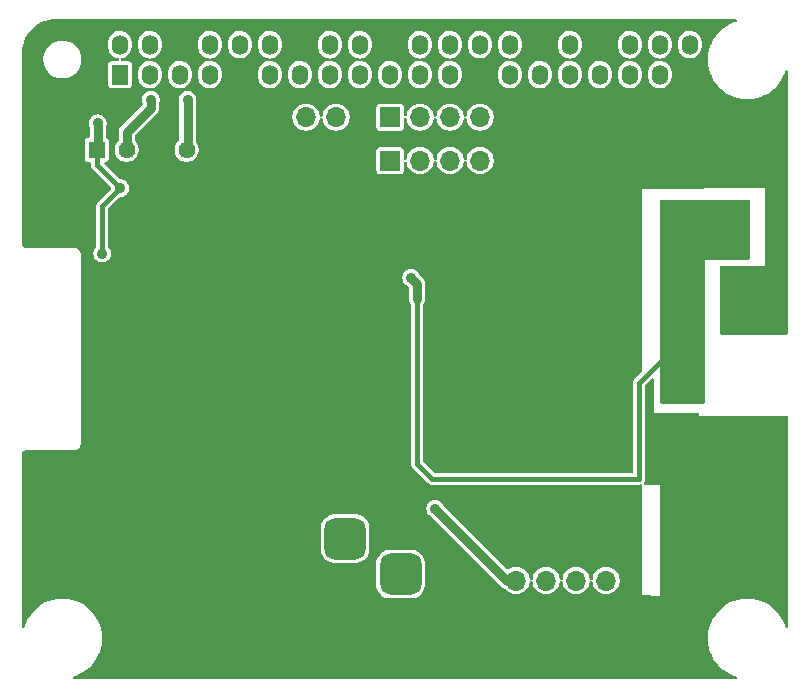
<source format=gbl>
G04 #@! TF.GenerationSoftware,KiCad,Pcbnew,9.0.0*
G04 #@! TF.CreationDate,2025-03-30T18:48:23-05:00*
G04 #@! TF.ProjectId,2019-Pi-Power,32303139-2d50-4692-9d50-6f7765722e6b,V2*
G04 #@! TF.SameCoordinates,Original*
G04 #@! TF.FileFunction,Copper,L2,Bot*
G04 #@! TF.FilePolarity,Positive*
%FSLAX46Y46*%
G04 Gerber Fmt 4.6, Leading zero omitted, Abs format (unit mm)*
G04 Created by KiCad (PCBNEW 9.0.0) date 2025-03-30 18:48:23*
%MOMM*%
%LPD*%
G01*
G04 APERTURE LIST*
G04 Aperture macros list*
%AMRoundRect*
0 Rectangle with rounded corners*
0 $1 Rounding radius*
0 $2 $3 $4 $5 $6 $7 $8 $9 X,Y pos of 4 corners*
0 Add a 4 corners polygon primitive as box body*
4,1,4,$2,$3,$4,$5,$6,$7,$8,$9,$2,$3,0*
0 Add four circle primitives for the rounded corners*
1,1,$1+$1,$2,$3*
1,1,$1+$1,$4,$5*
1,1,$1+$1,$6,$7*
1,1,$1+$1,$8,$9*
0 Add four rect primitives between the rounded corners*
20,1,$1+$1,$2,$3,$4,$5,0*
20,1,$1+$1,$4,$5,$6,$7,0*
20,1,$1+$1,$6,$7,$8,$9,0*
20,1,$1+$1,$8,$9,$2,$3,0*%
G04 Aperture macros list end*
G04 #@! TA.AperFunction,ComponentPad*
%ADD10R,1.700000X1.700000*%
G04 #@! TD*
G04 #@! TA.AperFunction,ComponentPad*
%ADD11O,1.700000X1.700000*%
G04 #@! TD*
G04 #@! TA.AperFunction,ComponentPad*
%ADD12RoundRect,0.875000X0.875000X-0.875000X0.875000X0.875000X-0.875000X0.875000X-0.875000X-0.875000X0*%
G04 #@! TD*
G04 #@! TA.AperFunction,ComponentPad*
%ADD13R,1.440000X1.440000*%
G04 #@! TD*
G04 #@! TA.AperFunction,ComponentPad*
%ADD14C,1.440000*%
G04 #@! TD*
G04 #@! TA.AperFunction,ComponentPad*
%ADD15R,1.400000X1.700000*%
G04 #@! TD*
G04 #@! TA.AperFunction,ComponentPad*
%ADD16O,1.400000X1.700000*%
G04 #@! TD*
G04 #@! TA.AperFunction,ViaPad*
%ADD17C,0.900000*%
G04 #@! TD*
G04 #@! TA.AperFunction,ViaPad*
%ADD18C,0.500000*%
G04 #@! TD*
G04 #@! TA.AperFunction,Conductor*
%ADD19C,0.800000*%
G04 #@! TD*
G04 #@! TA.AperFunction,Conductor*
%ADD20C,0.400000*%
G04 #@! TD*
G04 APERTURE END LIST*
D10*
X231242000Y-102375000D03*
D11*
X233782000Y-102375000D03*
X236322000Y-102375000D03*
X238862000Y-102375000D03*
D10*
X231242000Y-106058000D03*
D11*
X233782000Y-106058000D03*
X236322000Y-106058000D03*
X238862000Y-106058000D03*
D12*
X227432000Y-138062000D03*
X227432000Y-144062000D03*
X232132000Y-141062000D03*
D10*
X241910000Y-144158000D03*
D11*
X241910000Y-141618000D03*
X244450000Y-144158000D03*
X244450000Y-141618000D03*
X246990000Y-144158000D03*
X246990000Y-141618000D03*
X249530000Y-144158000D03*
X249530000Y-141618000D03*
D10*
X224130000Y-104915000D03*
D11*
X224130000Y-102375000D03*
X226670000Y-104915000D03*
X226670000Y-102375000D03*
D10*
X260452000Y-110884000D03*
D11*
X260452000Y-113424000D03*
X260452000Y-115964000D03*
X260452000Y-118504000D03*
D13*
X206414250Y-105145000D03*
D14*
X208954250Y-105145000D03*
X211494250Y-105145000D03*
X214034250Y-105145000D03*
D15*
X208370000Y-98770000D03*
D16*
X208370000Y-96230000D03*
X210910000Y-98770000D03*
X210910000Y-96230000D03*
X213450000Y-98770000D03*
X213450000Y-96230000D03*
X215990000Y-98770000D03*
X215990000Y-96230000D03*
X218530000Y-98770000D03*
X218530000Y-96230000D03*
X221070000Y-98770000D03*
X221070000Y-96230000D03*
X223610000Y-98770000D03*
X223610000Y-96230000D03*
X226150000Y-98770000D03*
X226150000Y-96230000D03*
X228690000Y-98770000D03*
X228690000Y-96230000D03*
X231230000Y-98770000D03*
X231230000Y-96230000D03*
X233770000Y-98770000D03*
X233770000Y-96230000D03*
X236310000Y-98770000D03*
X236310000Y-96230000D03*
X238850000Y-98770000D03*
X238850000Y-96230000D03*
X241390000Y-98770000D03*
X241390000Y-96230000D03*
X243930000Y-98770000D03*
X243930000Y-96230000D03*
X246470000Y-98770000D03*
X246470000Y-96230000D03*
X249010000Y-98770000D03*
X249010000Y-96230000D03*
X251550000Y-98770000D03*
X251550000Y-96230000D03*
X254090000Y-98770000D03*
X254090000Y-96230000D03*
X256630000Y-98770000D03*
X256630000Y-96230000D03*
D17*
X208400000Y-108400000D03*
X235052000Y-135522000D03*
X206858000Y-113932000D03*
X206500000Y-102900000D03*
D18*
X210414000Y-118250000D03*
X210414000Y-119774000D03*
X210414000Y-119012000D03*
X209652000Y-118250000D03*
X209652000Y-117488000D03*
X209652000Y-119012000D03*
X209652000Y-119774000D03*
X210414000Y-121298000D03*
X209652000Y-122060000D03*
X209652000Y-120536000D03*
X209652000Y-121298000D03*
X209652000Y-122822000D03*
X210414000Y-120536000D03*
X210414000Y-122060000D03*
X210414000Y-122822000D03*
X208890000Y-118250000D03*
X208128000Y-119012000D03*
X208128000Y-117488000D03*
X208128000Y-118250000D03*
X208128000Y-119774000D03*
X208890000Y-117488000D03*
X208890000Y-119012000D03*
X208890000Y-119774000D03*
X208128000Y-122822000D03*
X208890000Y-120536000D03*
X208890000Y-122822000D03*
X208890000Y-122060000D03*
X208128000Y-121298000D03*
X208890000Y-121298000D03*
X208128000Y-120536000D03*
X208128000Y-122060000D03*
X207366000Y-122822000D03*
X207366000Y-121298000D03*
X207366000Y-119012000D03*
X207366000Y-118250000D03*
X207366000Y-119774000D03*
X207366000Y-117488000D03*
X207366000Y-122060000D03*
X207366000Y-120536000D03*
X215748000Y-120282000D03*
X214224000Y-119520000D03*
X214224000Y-121044000D03*
X213462000Y-121044000D03*
X214224000Y-120282000D03*
X213462000Y-120282000D03*
X213462000Y-119520000D03*
X214986000Y-121044000D03*
X214986000Y-119520000D03*
X214986000Y-120282000D03*
X215748000Y-119520000D03*
X215748000Y-121044000D03*
X212700000Y-120282000D03*
X212700000Y-119520000D03*
X212700000Y-121044000D03*
X243434000Y-120282000D03*
X241910000Y-119520000D03*
X241910000Y-121044000D03*
X241148000Y-121044000D03*
X241910000Y-120282000D03*
X241148000Y-120282000D03*
X241148000Y-119520000D03*
X242672000Y-121044000D03*
X242672000Y-119520000D03*
X242672000Y-120282000D03*
X243434000Y-119520000D03*
X243434000Y-121044000D03*
X240386000Y-120282000D03*
X240386000Y-119520000D03*
X240386000Y-121044000D03*
X236322000Y-122822000D03*
X235560000Y-122822000D03*
X236322000Y-122060000D03*
X236322000Y-121298000D03*
X236322000Y-119774000D03*
X237846000Y-118250000D03*
X236322000Y-120536000D03*
X235560000Y-121298000D03*
X236322000Y-117488000D03*
X236322000Y-119012000D03*
X235560000Y-119012000D03*
X236322000Y-118250000D03*
X235560000Y-118250000D03*
X235560000Y-119774000D03*
X235560000Y-117488000D03*
X235560000Y-122060000D03*
X235560000Y-120536000D03*
X237084000Y-119012000D03*
X237084000Y-117488000D03*
X237084000Y-118250000D03*
X237084000Y-119774000D03*
X237846000Y-117488000D03*
X234798000Y-121298000D03*
X234798000Y-122060000D03*
X234798000Y-122822000D03*
X237846000Y-119012000D03*
X234798000Y-118250000D03*
X234798000Y-120536000D03*
X234798000Y-117488000D03*
X234798000Y-119774000D03*
X237846000Y-119774000D03*
X234798000Y-119012000D03*
X237084000Y-122822000D03*
X237846000Y-120536000D03*
X237846000Y-122822000D03*
X237846000Y-122060000D03*
X237084000Y-121298000D03*
X237846000Y-121298000D03*
X237084000Y-120536000D03*
X237084000Y-122060000D03*
D17*
X253848000Y-130950000D03*
X229972000Y-131458000D03*
X236576000Y-113424000D03*
X228194000Y-147206000D03*
X226670000Y-147206000D03*
X229718000Y-147206000D03*
X253848000Y-129680000D03*
X229972000Y-130188000D03*
X229972000Y-128918000D03*
X229972000Y-132728000D03*
X253848000Y-132220000D03*
D18*
X210414000Y-117488000D03*
D17*
X208890000Y-112916000D03*
X225146000Y-147206000D03*
X253848000Y-128410000D03*
X211000000Y-100900000D03*
X214100000Y-100900000D03*
X254610000Y-122568000D03*
X233020000Y-115964000D03*
D19*
X206500000Y-102900000D02*
X206500000Y-105059250D01*
D20*
X206858000Y-109942000D02*
X208400000Y-108400000D01*
D19*
X206500000Y-105059250D02*
X206414250Y-105145000D01*
D20*
X206858000Y-113932000D02*
X206858000Y-109942000D01*
X206414250Y-106414250D02*
X208400000Y-108400000D01*
D19*
X241148000Y-141618000D02*
X241910000Y-141618000D01*
D20*
X206414250Y-105145000D02*
X206414250Y-106414250D01*
D19*
X235052000Y-135522000D02*
X241148000Y-141618000D01*
D20*
X210910000Y-96230000D02*
X210910000Y-96672000D01*
D19*
X211000000Y-101600000D02*
X208954250Y-103645750D01*
X211000000Y-100900000D02*
X211000000Y-101600000D01*
X208954250Y-103645750D02*
X208954250Y-105145000D01*
X214100000Y-100900000D02*
X214100000Y-105079250D01*
X214100000Y-105079250D02*
X214034250Y-105145000D01*
D20*
X233528000Y-131712000D02*
X233528000Y-117742000D01*
D19*
X233528000Y-116472000D02*
X233020000Y-115964000D01*
D20*
X234798000Y-132982000D02*
X233528000Y-131712000D01*
D19*
X233528000Y-117742000D02*
X233528000Y-116472000D01*
D20*
X252324000Y-132982000D02*
X234798000Y-132982000D01*
X254610000Y-122568000D02*
X252324000Y-124854000D01*
X252324000Y-124854000D02*
X252324000Y-132982000D01*
G04 #@! TA.AperFunction,Conductor*
G36*
X260548056Y-94070502D02*
G01*
X260594549Y-94124158D01*
X260604653Y-94194432D01*
X260575159Y-94259012D01*
X260516512Y-94297073D01*
X260457037Y-94315115D01*
X260369893Y-94341550D01*
X260369890Y-94341551D01*
X260065748Y-94467531D01*
X259775418Y-94622715D01*
X259501708Y-94805602D01*
X259501693Y-94805613D01*
X259247234Y-95014443D01*
X259247214Y-95014461D01*
X259014461Y-95247214D01*
X259014443Y-95247234D01*
X258805613Y-95501693D01*
X258805602Y-95501708D01*
X258622715Y-95775418D01*
X258467531Y-96065748D01*
X258341551Y-96369890D01*
X258341550Y-96369893D01*
X258245986Y-96684926D01*
X258181768Y-97007780D01*
X258181765Y-97007801D01*
X258149500Y-97335393D01*
X258149500Y-97664606D01*
X258181765Y-97992198D01*
X258181768Y-97992219D01*
X258245986Y-98315073D01*
X258341550Y-98630106D01*
X258341551Y-98630109D01*
X258467531Y-98934251D01*
X258622715Y-99224581D01*
X258805602Y-99498291D01*
X258805613Y-99498306D01*
X259014443Y-99752765D01*
X259014461Y-99752785D01*
X259247214Y-99985538D01*
X259247234Y-99985556D01*
X259482143Y-100178342D01*
X259501702Y-100194393D01*
X259775421Y-100377286D01*
X260065749Y-100532469D01*
X260369889Y-100658448D01*
X260684913Y-100754010D01*
X260684922Y-100754011D01*
X260684926Y-100754013D01*
X260815788Y-100780042D01*
X261007787Y-100818233D01*
X261335400Y-100850500D01*
X261335409Y-100850500D01*
X261664591Y-100850500D01*
X261664600Y-100850500D01*
X261992213Y-100818233D01*
X262247059Y-100767541D01*
X262315073Y-100754013D01*
X262315075Y-100754012D01*
X262315087Y-100754010D01*
X262630111Y-100658448D01*
X262934251Y-100532469D01*
X263224579Y-100377286D01*
X263498298Y-100194393D01*
X263752772Y-99985551D01*
X263985551Y-99752772D01*
X264194393Y-99498298D01*
X264377286Y-99224579D01*
X264532469Y-98934251D01*
X264658448Y-98630111D01*
X264702925Y-98483487D01*
X264741841Y-98424108D01*
X264806682Y-98395192D01*
X264876863Y-98405923D01*
X264930102Y-98452893D01*
X264949500Y-98520065D01*
X264949500Y-120664000D01*
X264929498Y-120732121D01*
X264875842Y-120778614D01*
X264823500Y-120790000D01*
X259308000Y-120790000D01*
X259239879Y-120769998D01*
X259193386Y-120716342D01*
X259182000Y-120664000D01*
X259182000Y-115074000D01*
X259202002Y-115005879D01*
X259255658Y-114959386D01*
X259308000Y-114948000D01*
X262992000Y-114948000D01*
X262992000Y-108344000D01*
X262991999Y-108344000D01*
X252578000Y-108469470D01*
X252578000Y-123839994D01*
X252557998Y-123908115D01*
X252541095Y-123929089D01*
X251998963Y-124471221D01*
X251998961Y-124471224D01*
X251923505Y-124546679D01*
X251923497Y-124546689D01*
X251857610Y-124660809D01*
X251857607Y-124660816D01*
X251823500Y-124788109D01*
X251823500Y-132355500D01*
X251803498Y-132423621D01*
X251749842Y-132470114D01*
X251697500Y-132481500D01*
X235057504Y-132481500D01*
X234989383Y-132461498D01*
X234968408Y-132444595D01*
X234065404Y-131541590D01*
X234031379Y-131479278D01*
X234028500Y-131452495D01*
X234028500Y-118284346D01*
X234048502Y-118216225D01*
X234065409Y-118195247D01*
X234072111Y-118188545D01*
X234072114Y-118188542D01*
X234148775Y-118073811D01*
X234201580Y-117946328D01*
X234228500Y-117810993D01*
X234228500Y-116403007D01*
X234201580Y-116267672D01*
X234148775Y-116140189D01*
X234072114Y-116025458D01*
X233974542Y-115927886D01*
X233723963Y-115677306D01*
X233696650Y-115636428D01*
X233685085Y-115608507D01*
X233685084Y-115608505D01*
X233685083Y-115608504D01*
X233602951Y-115485584D01*
X233498416Y-115381049D01*
X233375495Y-115298916D01*
X233238916Y-115242343D01*
X233238913Y-115242342D01*
X233093918Y-115213500D01*
X232946082Y-115213500D01*
X232873584Y-115227921D01*
X232801086Y-115242342D01*
X232801083Y-115242343D01*
X232664504Y-115298916D01*
X232541588Y-115381046D01*
X232541581Y-115381051D01*
X232437051Y-115485581D01*
X232437046Y-115485588D01*
X232354916Y-115608504D01*
X232298343Y-115745083D01*
X232298342Y-115745086D01*
X232298342Y-115745087D01*
X232269500Y-115890082D01*
X232269500Y-116037918D01*
X232298342Y-116182913D01*
X232354916Y-116319495D01*
X232437049Y-116442416D01*
X232541584Y-116546951D01*
X232623531Y-116601706D01*
X232664503Y-116629083D01*
X232664504Y-116629083D01*
X232664505Y-116629084D01*
X232692432Y-116640651D01*
X232699472Y-116645356D01*
X232704597Y-116646471D01*
X232733307Y-116667964D01*
X232790595Y-116725252D01*
X232824621Y-116787564D01*
X232827500Y-116814347D01*
X232827500Y-117810993D01*
X232854420Y-117946328D01*
X232907225Y-118073811D01*
X232958447Y-118150471D01*
X232983885Y-118188541D01*
X232983888Y-118188545D01*
X232990591Y-118195247D01*
X233024619Y-118257557D01*
X233027500Y-118284346D01*
X233027500Y-131646108D01*
X233027500Y-131777892D01*
X233052467Y-131871073D01*
X233061607Y-131905183D01*
X233061610Y-131905190D01*
X233127497Y-132019310D01*
X233127499Y-132019312D01*
X233127500Y-132019314D01*
X234393099Y-133284912D01*
X234393120Y-133284935D01*
X234490679Y-133382494D01*
X234490684Y-133382498D01*
X234490686Y-133382500D01*
X234604814Y-133448392D01*
X234732107Y-133482500D01*
X234732108Y-133482500D01*
X234732109Y-133482500D01*
X252389890Y-133482500D01*
X252389892Y-133482500D01*
X252419390Y-133474596D01*
X252490363Y-133476284D01*
X252549159Y-133516077D01*
X252577109Y-133581341D01*
X252578000Y-133596302D01*
X252578000Y-142867947D01*
X254102000Y-142888000D01*
X254102000Y-133490000D01*
X252826011Y-133490000D01*
X252757890Y-133469998D01*
X252711397Y-133416342D01*
X252701293Y-133346068D01*
X252721830Y-133297308D01*
X252720371Y-133296466D01*
X252737268Y-133267197D01*
X252790392Y-133175186D01*
X252824500Y-133047892D01*
X252824500Y-125113503D01*
X252844502Y-125045382D01*
X252861405Y-125024408D01*
X253378905Y-124506908D01*
X253441217Y-124472882D01*
X253512032Y-124477947D01*
X253568868Y-124520494D01*
X253593679Y-124587014D01*
X253594000Y-124596003D01*
X253594000Y-127394000D01*
X257278000Y-127394000D01*
X257346121Y-127414002D01*
X257392614Y-127467658D01*
X257404000Y-127520000D01*
X257404000Y-127648000D01*
X264823500Y-127648000D01*
X264891621Y-127668002D01*
X264938114Y-127721658D01*
X264949500Y-127774000D01*
X264949500Y-145479934D01*
X264929498Y-145548055D01*
X264875842Y-145594548D01*
X264805568Y-145604652D01*
X264740988Y-145575158D01*
X264702926Y-145516510D01*
X264658455Y-145369911D01*
X264658448Y-145369890D01*
X264658448Y-145369889D01*
X264532469Y-145065749D01*
X264377286Y-144775421D01*
X264194393Y-144501702D01*
X263985551Y-144247228D01*
X263985547Y-144247224D01*
X263985538Y-144247214D01*
X263752785Y-144014461D01*
X263752765Y-144014443D01*
X263498306Y-143805613D01*
X263498291Y-143805602D01*
X263224581Y-143622715D01*
X262934251Y-143467531D01*
X262630109Y-143341551D01*
X262630106Y-143341550D01*
X262421593Y-143278298D01*
X262315087Y-143245990D01*
X262315084Y-143245989D01*
X262315073Y-143245986D01*
X261992219Y-143181768D01*
X261992215Y-143181767D01*
X261992213Y-143181767D01*
X261992209Y-143181766D01*
X261992198Y-143181765D01*
X261664606Y-143149500D01*
X261664600Y-143149500D01*
X261335400Y-143149500D01*
X261335393Y-143149500D01*
X261007801Y-143181765D01*
X261007780Y-143181768D01*
X260684926Y-143245986D01*
X260369893Y-143341550D01*
X260369890Y-143341551D01*
X260065748Y-143467531D01*
X259775418Y-143622715D01*
X259501708Y-143805602D01*
X259501693Y-143805613D01*
X259247234Y-144014443D01*
X259247214Y-144014461D01*
X259014461Y-144247214D01*
X259014443Y-144247234D01*
X258805613Y-144501693D01*
X258805602Y-144501708D01*
X258622715Y-144775418D01*
X258467531Y-145065748D01*
X258341551Y-145369890D01*
X258341550Y-145369893D01*
X258245986Y-145684926D01*
X258181768Y-146007780D01*
X258181765Y-146007801D01*
X258149500Y-146335393D01*
X258149500Y-146664606D01*
X258181765Y-146992198D01*
X258181768Y-146992219D01*
X258245986Y-147315073D01*
X258245989Y-147315084D01*
X258245990Y-147315087D01*
X258278298Y-147421593D01*
X258341550Y-147630106D01*
X258341551Y-147630109D01*
X258467531Y-147934251D01*
X258622715Y-148224581D01*
X258805602Y-148498291D01*
X258805613Y-148498306D01*
X259014443Y-148752765D01*
X259014461Y-148752785D01*
X259247214Y-148985538D01*
X259247234Y-148985556D01*
X259459780Y-149159989D01*
X259501702Y-149194393D01*
X259775421Y-149377286D01*
X260065749Y-149532469D01*
X260369889Y-149658448D01*
X260516512Y-149702925D01*
X260575892Y-149741841D01*
X260604808Y-149806682D01*
X260594077Y-149876863D01*
X260547107Y-149930102D01*
X260479935Y-149949500D01*
X204520065Y-149949500D01*
X204451944Y-149929498D01*
X204405451Y-149875842D01*
X204395347Y-149805568D01*
X204424841Y-149740988D01*
X204483487Y-149702926D01*
X204630111Y-149658448D01*
X204934251Y-149532469D01*
X205224579Y-149377286D01*
X205498298Y-149194393D01*
X205752772Y-148985551D01*
X205985551Y-148752772D01*
X206194393Y-148498298D01*
X206377286Y-148224579D01*
X206532469Y-147934251D01*
X206658448Y-147630111D01*
X206754010Y-147315087D01*
X206818233Y-146992213D01*
X206850500Y-146664600D01*
X206850500Y-146335400D01*
X206818233Y-146007787D01*
X206754010Y-145684913D01*
X206658448Y-145369889D01*
X206532469Y-145065749D01*
X206377286Y-144775421D01*
X206194393Y-144501702D01*
X205985551Y-144247228D01*
X205985547Y-144247224D01*
X205985538Y-144247214D01*
X205752785Y-144014461D01*
X205752765Y-144014443D01*
X205498306Y-143805613D01*
X205498291Y-143805602D01*
X205224581Y-143622715D01*
X204934251Y-143467531D01*
X204630109Y-143341551D01*
X204630106Y-143341550D01*
X204421593Y-143278298D01*
X204315087Y-143245990D01*
X204315084Y-143245989D01*
X204315073Y-143245986D01*
X203992219Y-143181768D01*
X203992215Y-143181767D01*
X203992213Y-143181767D01*
X203992209Y-143181766D01*
X203992198Y-143181765D01*
X203664606Y-143149500D01*
X203664600Y-143149500D01*
X203335400Y-143149500D01*
X203335393Y-143149500D01*
X203007801Y-143181765D01*
X203007780Y-143181768D01*
X202684926Y-143245986D01*
X202369893Y-143341550D01*
X202369890Y-143341551D01*
X202065748Y-143467531D01*
X201775418Y-143622715D01*
X201501708Y-143805602D01*
X201501693Y-143805613D01*
X201247234Y-144014443D01*
X201247214Y-144014461D01*
X201014461Y-144247214D01*
X201014443Y-144247234D01*
X200805613Y-144501693D01*
X200805602Y-144501708D01*
X200622715Y-144775418D01*
X200467531Y-145065748D01*
X200341551Y-145369890D01*
X200341544Y-145369911D01*
X200297074Y-145516510D01*
X200258159Y-145575891D01*
X200193318Y-145604807D01*
X200123137Y-145594076D01*
X200069898Y-145547106D01*
X200050500Y-145479934D01*
X200050500Y-140114446D01*
X230081500Y-140114446D01*
X230081500Y-142009553D01*
X230087785Y-142100099D01*
X230087786Y-142100105D01*
X230137659Y-142312156D01*
X230137662Y-142312164D01*
X230225657Y-142511454D01*
X230343999Y-142684212D01*
X230348775Y-142691183D01*
X230348780Y-142691189D01*
X230502810Y-142845219D01*
X230502816Y-142845224D01*
X230502818Y-142845226D01*
X230682546Y-142968343D01*
X230881836Y-143056338D01*
X230881840Y-143056339D01*
X230881843Y-143056340D01*
X230987868Y-143081276D01*
X231093901Y-143106215D01*
X231184448Y-143112500D01*
X231184454Y-143112500D01*
X233079546Y-143112500D01*
X233079552Y-143112500D01*
X233170099Y-143106215D01*
X233346648Y-143064691D01*
X233382156Y-143056340D01*
X233382156Y-143056339D01*
X233382164Y-143056338D01*
X233581454Y-142968343D01*
X233761182Y-142845226D01*
X233915226Y-142691182D01*
X234038343Y-142511454D01*
X234126338Y-142312164D01*
X234176215Y-142100099D01*
X234182500Y-142009552D01*
X234182500Y-140114448D01*
X234176215Y-140023901D01*
X234126338Y-139811836D01*
X234038343Y-139612546D01*
X233915226Y-139432818D01*
X233915224Y-139432816D01*
X233915219Y-139432810D01*
X233761189Y-139278780D01*
X233761183Y-139278775D01*
X233581454Y-139155657D01*
X233382164Y-139067662D01*
X233382156Y-139067659D01*
X233170105Y-139017786D01*
X233170099Y-139017785D01*
X233079553Y-139011500D01*
X233079552Y-139011500D01*
X231184448Y-139011500D01*
X231184446Y-139011500D01*
X231093900Y-139017785D01*
X231093894Y-139017786D01*
X230881843Y-139067659D01*
X230881835Y-139067662D01*
X230682545Y-139155657D01*
X230502816Y-139278775D01*
X230502810Y-139278780D01*
X230348780Y-139432810D01*
X230348775Y-139432816D01*
X230225657Y-139612545D01*
X230137662Y-139811835D01*
X230137659Y-139811843D01*
X230087786Y-140023894D01*
X230087785Y-140023900D01*
X230081500Y-140114446D01*
X200050500Y-140114446D01*
X200050500Y-137114446D01*
X225381500Y-137114446D01*
X225381500Y-139009553D01*
X225387785Y-139100099D01*
X225387786Y-139100105D01*
X225437659Y-139312156D01*
X225437662Y-139312164D01*
X225525657Y-139511454D01*
X225648775Y-139691183D01*
X225648780Y-139691189D01*
X225802810Y-139845219D01*
X225802816Y-139845224D01*
X225802818Y-139845226D01*
X225982546Y-139968343D01*
X226181836Y-140056338D01*
X226181840Y-140056339D01*
X226181843Y-140056340D01*
X226287868Y-140081276D01*
X226393901Y-140106215D01*
X226484448Y-140112500D01*
X226484454Y-140112500D01*
X228379546Y-140112500D01*
X228379552Y-140112500D01*
X228470099Y-140106215D01*
X228646648Y-140064691D01*
X228682156Y-140056340D01*
X228682156Y-140056339D01*
X228682164Y-140056338D01*
X228881454Y-139968343D01*
X229061182Y-139845226D01*
X229215226Y-139691182D01*
X229338343Y-139511454D01*
X229426338Y-139312164D01*
X229476215Y-139100099D01*
X229482500Y-139009552D01*
X229482500Y-137114448D01*
X229476215Y-137023901D01*
X229426338Y-136811836D01*
X229338343Y-136612546D01*
X229215226Y-136432818D01*
X229215224Y-136432816D01*
X229215219Y-136432810D01*
X229061189Y-136278780D01*
X229061183Y-136278775D01*
X228927331Y-136187084D01*
X228881454Y-136155657D01*
X228682164Y-136067662D01*
X228682156Y-136067659D01*
X228470105Y-136017786D01*
X228470099Y-136017785D01*
X228379553Y-136011500D01*
X228379552Y-136011500D01*
X226484448Y-136011500D01*
X226484446Y-136011500D01*
X226393900Y-136017785D01*
X226393894Y-136017786D01*
X226181843Y-136067659D01*
X226181835Y-136067662D01*
X225982545Y-136155657D01*
X225802816Y-136278775D01*
X225802810Y-136278780D01*
X225648780Y-136432810D01*
X225648775Y-136432816D01*
X225525657Y-136612545D01*
X225437662Y-136811835D01*
X225437659Y-136811843D01*
X225387786Y-137023894D01*
X225387785Y-137023900D01*
X225381500Y-137114446D01*
X200050500Y-137114446D01*
X200050500Y-135448082D01*
X234301500Y-135448082D01*
X234301500Y-135595918D01*
X234330342Y-135740913D01*
X234386916Y-135877495D01*
X234469049Y-136000416D01*
X234573584Y-136104951D01*
X234696505Y-136187084D01*
X234724429Y-136198650D01*
X234765307Y-136225964D01*
X240701457Y-142162114D01*
X240816189Y-142238775D01*
X240943672Y-142291580D01*
X240943679Y-142291581D01*
X240946288Y-142292373D01*
X240947494Y-142293163D01*
X240949391Y-142293949D01*
X240949242Y-142294308D01*
X241005673Y-142331282D01*
X241011659Y-142338889D01*
X241032447Y-142367501D01*
X241032449Y-142367503D01*
X241032451Y-142367506D01*
X241160493Y-142495548D01*
X241160496Y-142495550D01*
X241160499Y-142495553D01*
X241307006Y-142601996D01*
X241468361Y-142684211D01*
X241640591Y-142740171D01*
X241819454Y-142768500D01*
X241819457Y-142768500D01*
X242000543Y-142768500D01*
X242000546Y-142768500D01*
X242179409Y-142740171D01*
X242351639Y-142684211D01*
X242512994Y-142601996D01*
X242659501Y-142495553D01*
X242787553Y-142367501D01*
X242893996Y-142220994D01*
X242976211Y-142059639D01*
X243032171Y-141887409D01*
X243055551Y-141739787D01*
X243085963Y-141675636D01*
X243146232Y-141638109D01*
X243217221Y-141639123D01*
X243276393Y-141678356D01*
X243304448Y-141739786D01*
X243327829Y-141887409D01*
X243327830Y-141887412D01*
X243367512Y-142009545D01*
X243383789Y-142059639D01*
X243436003Y-142162114D01*
X243466006Y-142220997D01*
X243492321Y-142257216D01*
X243572447Y-142367501D01*
X243572449Y-142367503D01*
X243572451Y-142367506D01*
X243700493Y-142495548D01*
X243700496Y-142495550D01*
X243700499Y-142495553D01*
X243847006Y-142601996D01*
X244008361Y-142684211D01*
X244180591Y-142740171D01*
X244359454Y-142768500D01*
X244359457Y-142768500D01*
X244540543Y-142768500D01*
X244540546Y-142768500D01*
X244719409Y-142740171D01*
X244891639Y-142684211D01*
X245052994Y-142601996D01*
X245199501Y-142495553D01*
X245327553Y-142367501D01*
X245433996Y-142220994D01*
X245516211Y-142059639D01*
X245572171Y-141887409D01*
X245595551Y-141739787D01*
X245625963Y-141675636D01*
X245686232Y-141638109D01*
X245757221Y-141639123D01*
X245816393Y-141678356D01*
X245844448Y-141739786D01*
X245867829Y-141887409D01*
X245867830Y-141887412D01*
X245907512Y-142009545D01*
X245923789Y-142059639D01*
X245976003Y-142162114D01*
X246006006Y-142220997D01*
X246032321Y-142257216D01*
X246112447Y-142367501D01*
X246112449Y-142367503D01*
X246112451Y-142367506D01*
X246240493Y-142495548D01*
X246240496Y-142495550D01*
X246240499Y-142495553D01*
X246387006Y-142601996D01*
X246548361Y-142684211D01*
X246720591Y-142740171D01*
X246899454Y-142768500D01*
X246899457Y-142768500D01*
X247080543Y-142768500D01*
X247080546Y-142768500D01*
X247259409Y-142740171D01*
X247431639Y-142684211D01*
X247592994Y-142601996D01*
X247739501Y-142495553D01*
X247867553Y-142367501D01*
X247973996Y-142220994D01*
X248056211Y-142059639D01*
X248112171Y-141887409D01*
X248135551Y-141739787D01*
X248165963Y-141675636D01*
X248226232Y-141638109D01*
X248297221Y-141639123D01*
X248356393Y-141678356D01*
X248384448Y-141739786D01*
X248407829Y-141887409D01*
X248407830Y-141887412D01*
X248447512Y-142009545D01*
X248463789Y-142059639D01*
X248516003Y-142162114D01*
X248546006Y-142220997D01*
X248572321Y-142257216D01*
X248652447Y-142367501D01*
X248652449Y-142367503D01*
X248652451Y-142367506D01*
X248780493Y-142495548D01*
X248780496Y-142495550D01*
X248780499Y-142495553D01*
X248927006Y-142601996D01*
X249088361Y-142684211D01*
X249260591Y-142740171D01*
X249439454Y-142768500D01*
X249439457Y-142768500D01*
X249620543Y-142768500D01*
X249620546Y-142768500D01*
X249799409Y-142740171D01*
X249971639Y-142684211D01*
X250132994Y-142601996D01*
X250279501Y-142495553D01*
X250407553Y-142367501D01*
X250513996Y-142220994D01*
X250596211Y-142059639D01*
X250652171Y-141887409D01*
X250680500Y-141708546D01*
X250680500Y-141527454D01*
X250652171Y-141348591D01*
X250596211Y-141176361D01*
X250513996Y-141015006D01*
X250407553Y-140868499D01*
X250407550Y-140868496D01*
X250407548Y-140868493D01*
X250279506Y-140740451D01*
X250279503Y-140740449D01*
X250279501Y-140740447D01*
X250144856Y-140642622D01*
X250132997Y-140634006D01*
X250132996Y-140634005D01*
X250132994Y-140634004D01*
X249971639Y-140551789D01*
X249971636Y-140551788D01*
X249971634Y-140551787D01*
X249799412Y-140495830D01*
X249799409Y-140495829D01*
X249620546Y-140467500D01*
X249439454Y-140467500D01*
X249260591Y-140495829D01*
X249260588Y-140495829D01*
X249260587Y-140495830D01*
X249088365Y-140551787D01*
X249088359Y-140551790D01*
X248927002Y-140634006D01*
X248780496Y-140740449D01*
X248780493Y-140740451D01*
X248652451Y-140868493D01*
X248652449Y-140868496D01*
X248546006Y-141015002D01*
X248463790Y-141176359D01*
X248463787Y-141176365D01*
X248407830Y-141348587D01*
X248384449Y-141496210D01*
X248354036Y-141560363D01*
X248293768Y-141597890D01*
X248222779Y-141596876D01*
X248163607Y-141557643D01*
X248135551Y-141496210D01*
X248112171Y-141348591D01*
X248056211Y-141176361D01*
X247973996Y-141015006D01*
X247867553Y-140868499D01*
X247867550Y-140868496D01*
X247867548Y-140868493D01*
X247739506Y-140740451D01*
X247739503Y-140740449D01*
X247739501Y-140740447D01*
X247604856Y-140642622D01*
X247592997Y-140634006D01*
X247592996Y-140634005D01*
X247592994Y-140634004D01*
X247431639Y-140551789D01*
X247431636Y-140551788D01*
X247431634Y-140551787D01*
X247259412Y-140495830D01*
X247259409Y-140495829D01*
X247080546Y-140467500D01*
X246899454Y-140467500D01*
X246720591Y-140495829D01*
X246720588Y-140495829D01*
X246720587Y-140495830D01*
X246548365Y-140551787D01*
X246548359Y-140551790D01*
X246387002Y-140634006D01*
X246240496Y-140740449D01*
X246240493Y-140740451D01*
X246112451Y-140868493D01*
X246112449Y-140868496D01*
X246006006Y-141015002D01*
X245923790Y-141176359D01*
X245923787Y-141176365D01*
X245867830Y-141348587D01*
X245844449Y-141496210D01*
X245814036Y-141560363D01*
X245753768Y-141597890D01*
X245682779Y-141596876D01*
X245623607Y-141557643D01*
X245595551Y-141496210D01*
X245572171Y-141348591D01*
X245516211Y-141176361D01*
X245433996Y-141015006D01*
X245327553Y-140868499D01*
X245327550Y-140868496D01*
X245327548Y-140868493D01*
X245199506Y-140740451D01*
X245199503Y-140740449D01*
X245199501Y-140740447D01*
X245064856Y-140642622D01*
X245052997Y-140634006D01*
X245052996Y-140634005D01*
X245052994Y-140634004D01*
X244891639Y-140551789D01*
X244891636Y-140551788D01*
X244891634Y-140551787D01*
X244719412Y-140495830D01*
X244719409Y-140495829D01*
X244540546Y-140467500D01*
X244359454Y-140467500D01*
X244180591Y-140495829D01*
X244180588Y-140495829D01*
X244180587Y-140495830D01*
X244008365Y-140551787D01*
X244008359Y-140551790D01*
X243847002Y-140634006D01*
X243700496Y-140740449D01*
X243700493Y-140740451D01*
X243572451Y-140868493D01*
X243572449Y-140868496D01*
X243466006Y-141015002D01*
X243383790Y-141176359D01*
X243383787Y-141176365D01*
X243327830Y-141348587D01*
X243304449Y-141496210D01*
X243274036Y-141560363D01*
X243213768Y-141597890D01*
X243142779Y-141596876D01*
X243083607Y-141557643D01*
X243055551Y-141496210D01*
X243032171Y-141348591D01*
X242976211Y-141176361D01*
X242893996Y-141015006D01*
X242787553Y-140868499D01*
X242787550Y-140868496D01*
X242787548Y-140868493D01*
X242659506Y-140740451D01*
X242659503Y-140740449D01*
X242659501Y-140740447D01*
X242524856Y-140642622D01*
X242512997Y-140634006D01*
X242512996Y-140634005D01*
X242512994Y-140634004D01*
X242351639Y-140551789D01*
X242351636Y-140551788D01*
X242351634Y-140551787D01*
X242179412Y-140495830D01*
X242179409Y-140495829D01*
X242000546Y-140467500D01*
X241819454Y-140467500D01*
X241640591Y-140495829D01*
X241640588Y-140495829D01*
X241640587Y-140495830D01*
X241468365Y-140551787D01*
X241468359Y-140551790D01*
X241306997Y-140634008D01*
X241306993Y-140634011D01*
X241305807Y-140634873D01*
X241305281Y-140635060D01*
X241302780Y-140636593D01*
X241302457Y-140636067D01*
X241238935Y-140658717D01*
X241169787Y-140642622D01*
X241142673Y-140622016D01*
X235755964Y-135235307D01*
X235728650Y-135194429D01*
X235717084Y-135166505D01*
X235634951Y-135043584D01*
X235530416Y-134939049D01*
X235407495Y-134856916D01*
X235270916Y-134800343D01*
X235270913Y-134800342D01*
X235125918Y-134771500D01*
X234978082Y-134771500D01*
X234905584Y-134785921D01*
X234833086Y-134800342D01*
X234833083Y-134800343D01*
X234696504Y-134856916D01*
X234573588Y-134939046D01*
X234573581Y-134939051D01*
X234469051Y-135043581D01*
X234469046Y-135043588D01*
X234386916Y-135166504D01*
X234330343Y-135303083D01*
X234330342Y-135303086D01*
X234330342Y-135303087D01*
X234301500Y-135448082D01*
X200050500Y-135448082D01*
X200050500Y-131008247D01*
X200051576Y-130991819D01*
X200063622Y-130900216D01*
X200072113Y-130868484D01*
X200104258Y-130790782D01*
X200120667Y-130762326D01*
X200171801Y-130695585D01*
X200195009Y-130672335D01*
X200261663Y-130621081D01*
X200290095Y-130604623D01*
X200297590Y-130601506D01*
X200367732Y-130572345D01*
X200399445Y-130563798D01*
X200490943Y-130551603D01*
X200507580Y-130550500D01*
X204562023Y-130550500D01*
X204562026Y-130550500D01*
X204682969Y-130522895D01*
X204794737Y-130469071D01*
X204891725Y-130391725D01*
X204969071Y-130294737D01*
X205022895Y-130182969D01*
X205050500Y-130062026D01*
X205050500Y-130000000D01*
X205050500Y-129983592D01*
X205050500Y-113979082D01*
X205050500Y-113937974D01*
X205022895Y-113817031D01*
X204969071Y-113705263D01*
X204891725Y-113608275D01*
X204794737Y-113530929D01*
X204682969Y-113477105D01*
X204562026Y-113449500D01*
X204562023Y-113449500D01*
X200508258Y-113449500D01*
X200491812Y-113448422D01*
X200475725Y-113446304D01*
X200400109Y-113436349D01*
X200368337Y-113427835D01*
X200290572Y-113395623D01*
X200262088Y-113379178D01*
X200218492Y-113345726D01*
X200195312Y-113327939D01*
X200172060Y-113304687D01*
X200120821Y-113237911D01*
X200104376Y-113209427D01*
X200072164Y-113131662D01*
X200063650Y-113099888D01*
X200051578Y-113008187D01*
X200050500Y-112991742D01*
X200050500Y-104380129D01*
X205393750Y-104380129D01*
X205393750Y-105909859D01*
X205393751Y-105909866D01*
X205396664Y-105934990D01*
X205396666Y-105934994D01*
X205442043Y-106037765D01*
X205521482Y-106117204D01*
X205521484Y-106117205D01*
X205521485Y-106117206D01*
X205624259Y-106162585D01*
X205624258Y-106162585D01*
X205628728Y-106163103D01*
X205649385Y-106165500D01*
X205787750Y-106165499D01*
X205855870Y-106185501D01*
X205902363Y-106239156D01*
X205913750Y-106291499D01*
X205913750Y-106348358D01*
X205913750Y-106480142D01*
X205938717Y-106573323D01*
X205947857Y-106607433D01*
X205947860Y-106607440D01*
X206013747Y-106721560D01*
X206013755Y-106721570D01*
X207603090Y-108310904D01*
X207637115Y-108373216D01*
X207632051Y-108444031D01*
X207603090Y-108489094D01*
X206532963Y-109559221D01*
X206532961Y-109559224D01*
X206457505Y-109634679D01*
X206457497Y-109634689D01*
X206391610Y-109748809D01*
X206391607Y-109748816D01*
X206357500Y-109876109D01*
X206357500Y-113318943D01*
X206337498Y-113387064D01*
X206320595Y-113408038D01*
X206275051Y-113453581D01*
X206275046Y-113453588D01*
X206192916Y-113576504D01*
X206136343Y-113713083D01*
X206136342Y-113713086D01*
X206136342Y-113713087D01*
X206107500Y-113858082D01*
X206107500Y-114005918D01*
X206136342Y-114150913D01*
X206192916Y-114287495D01*
X206275049Y-114410416D01*
X206379584Y-114514951D01*
X206502505Y-114597084D01*
X206639087Y-114653658D01*
X206784082Y-114682500D01*
X206784087Y-114682500D01*
X206931913Y-114682500D01*
X206931918Y-114682500D01*
X207076913Y-114653658D01*
X207213495Y-114597084D01*
X207336416Y-114514951D01*
X207440951Y-114410416D01*
X207523084Y-114287495D01*
X207579658Y-114150913D01*
X207608500Y-114005918D01*
X207608500Y-113858082D01*
X207579658Y-113713087D01*
X207523084Y-113576505D01*
X207440951Y-113453584D01*
X207395405Y-113408038D01*
X207361379Y-113345726D01*
X207358500Y-113318943D01*
X207358500Y-110201503D01*
X207378502Y-110133382D01*
X207395405Y-110112408D01*
X208320408Y-109187405D01*
X208382720Y-109153379D01*
X208409503Y-109150500D01*
X208473913Y-109150500D01*
X208473918Y-109150500D01*
X208618913Y-109121658D01*
X208755495Y-109065084D01*
X208878416Y-108982951D01*
X208982951Y-108878416D01*
X209065084Y-108755495D01*
X209121658Y-108618913D01*
X209150500Y-108473918D01*
X209150500Y-108326082D01*
X209121658Y-108181087D01*
X209065084Y-108044505D01*
X208982951Y-107921584D01*
X208878416Y-107817049D01*
X208755495Y-107734916D01*
X208618916Y-107678343D01*
X208618913Y-107678342D01*
X208473918Y-107649500D01*
X208473916Y-107649500D01*
X208409504Y-107649500D01*
X208341383Y-107629498D01*
X208320409Y-107612595D01*
X207088408Y-106380594D01*
X207054382Y-106318282D01*
X207059447Y-106247467D01*
X207101994Y-106190631D01*
X207168514Y-106165820D01*
X207177503Y-106165499D01*
X207179110Y-106165499D01*
X207179114Y-106165499D01*
X207204241Y-106162585D01*
X207307015Y-106117206D01*
X207386456Y-106037765D01*
X207431835Y-105934991D01*
X207434750Y-105909865D01*
X207434749Y-105044486D01*
X207933750Y-105044486D01*
X207933750Y-105044489D01*
X207933750Y-105245511D01*
X207972967Y-105442669D01*
X208049894Y-105628388D01*
X208124517Y-105740069D01*
X208161575Y-105795530D01*
X208161580Y-105795536D01*
X208303713Y-105937669D01*
X208303719Y-105937674D01*
X208470862Y-106049356D01*
X208656581Y-106126283D01*
X208853739Y-106165500D01*
X208853740Y-106165500D01*
X209054760Y-106165500D01*
X209054761Y-106165500D01*
X209251919Y-106126283D01*
X209437638Y-106049356D01*
X209604781Y-105937674D01*
X209746924Y-105795531D01*
X209858606Y-105628388D01*
X209935533Y-105442669D01*
X209974750Y-105245511D01*
X209974750Y-105044489D01*
X209974749Y-105044486D01*
X213013750Y-105044486D01*
X213013750Y-105044489D01*
X213013750Y-105245511D01*
X213052967Y-105442669D01*
X213129894Y-105628388D01*
X213204517Y-105740069D01*
X213241575Y-105795530D01*
X213241580Y-105795536D01*
X213383713Y-105937669D01*
X213383719Y-105937674D01*
X213550862Y-106049356D01*
X213736581Y-106126283D01*
X213933739Y-106165500D01*
X213933740Y-106165500D01*
X214134760Y-106165500D01*
X214134761Y-106165500D01*
X214331919Y-106126283D01*
X214517638Y-106049356D01*
X214684781Y-105937674D01*
X214826924Y-105795531D01*
X214938606Y-105628388D01*
X215015533Y-105442669D01*
X215054750Y-105245511D01*
X215054750Y-105163129D01*
X230091500Y-105163129D01*
X230091500Y-106952859D01*
X230091501Y-106952866D01*
X230094414Y-106977990D01*
X230094416Y-106977994D01*
X230139793Y-107080765D01*
X230219232Y-107160204D01*
X230219234Y-107160205D01*
X230219235Y-107160206D01*
X230322009Y-107205585D01*
X230347135Y-107208500D01*
X232136864Y-107208499D01*
X232161991Y-107205585D01*
X232264765Y-107160206D01*
X232344206Y-107080765D01*
X232389585Y-106977991D01*
X232392500Y-106952865D01*
X232392499Y-106240534D01*
X232412501Y-106172416D01*
X232466157Y-106125923D01*
X232536430Y-106115819D01*
X232601011Y-106145312D01*
X232639395Y-106205039D01*
X232642947Y-106220825D01*
X232659829Y-106327409D01*
X232659830Y-106327412D01*
X232677109Y-106380594D01*
X232715789Y-106499639D01*
X232798004Y-106660994D01*
X232904447Y-106807501D01*
X232904449Y-106807503D01*
X232904451Y-106807506D01*
X233032493Y-106935548D01*
X233032496Y-106935550D01*
X233032499Y-106935553D01*
X233179006Y-107041996D01*
X233340361Y-107124211D01*
X233512591Y-107180171D01*
X233691454Y-107208500D01*
X233691457Y-107208500D01*
X233872543Y-107208500D01*
X233872546Y-107208500D01*
X234051409Y-107180171D01*
X234223639Y-107124211D01*
X234384994Y-107041996D01*
X234531501Y-106935553D01*
X234659553Y-106807501D01*
X234765996Y-106660994D01*
X234848211Y-106499639D01*
X234904171Y-106327409D01*
X234927551Y-106179787D01*
X234957963Y-106115636D01*
X235018232Y-106078109D01*
X235089221Y-106079123D01*
X235148393Y-106118356D01*
X235176448Y-106179786D01*
X235199829Y-106327409D01*
X235199830Y-106327412D01*
X235217109Y-106380594D01*
X235255789Y-106499639D01*
X235338004Y-106660994D01*
X235444447Y-106807501D01*
X235444449Y-106807503D01*
X235444451Y-106807506D01*
X235572493Y-106935548D01*
X235572496Y-106935550D01*
X235572499Y-106935553D01*
X235719006Y-107041996D01*
X235880361Y-107124211D01*
X236052591Y-107180171D01*
X236231454Y-107208500D01*
X236231457Y-107208500D01*
X236412543Y-107208500D01*
X236412546Y-107208500D01*
X236591409Y-107180171D01*
X236763639Y-107124211D01*
X236924994Y-107041996D01*
X237071501Y-106935553D01*
X237199553Y-106807501D01*
X237305996Y-106660994D01*
X237388211Y-106499639D01*
X237444171Y-106327409D01*
X237467551Y-106179787D01*
X237497963Y-106115636D01*
X237558232Y-106078109D01*
X237629221Y-106079123D01*
X237688393Y-106118356D01*
X237716448Y-106179786D01*
X237739829Y-106327409D01*
X237739830Y-106327412D01*
X237757109Y-106380594D01*
X237795789Y-106499639D01*
X237878004Y-106660994D01*
X237984447Y-106807501D01*
X237984449Y-106807503D01*
X237984451Y-106807506D01*
X238112493Y-106935548D01*
X238112496Y-106935550D01*
X238112499Y-106935553D01*
X238259006Y-107041996D01*
X238420361Y-107124211D01*
X238592591Y-107180171D01*
X238771454Y-107208500D01*
X238771457Y-107208500D01*
X238952543Y-107208500D01*
X238952546Y-107208500D01*
X239131409Y-107180171D01*
X239303639Y-107124211D01*
X239464994Y-107041996D01*
X239611501Y-106935553D01*
X239739553Y-106807501D01*
X239845996Y-106660994D01*
X239928211Y-106499639D01*
X239984171Y-106327409D01*
X240012500Y-106148546D01*
X240012500Y-105967454D01*
X239984171Y-105788591D01*
X239928211Y-105616361D01*
X239845996Y-105455006D01*
X239739553Y-105308499D01*
X239739550Y-105308496D01*
X239739548Y-105308493D01*
X239611506Y-105180451D01*
X239611503Y-105180449D01*
X239611501Y-105180447D01*
X239464994Y-105074004D01*
X239303639Y-104991789D01*
X239303636Y-104991788D01*
X239303634Y-104991787D01*
X239131412Y-104935830D01*
X239131409Y-104935829D01*
X238952546Y-104907500D01*
X238771454Y-104907500D01*
X238592591Y-104935829D01*
X238592588Y-104935829D01*
X238592587Y-104935830D01*
X238420365Y-104991787D01*
X238420359Y-104991790D01*
X238259002Y-105074006D01*
X238112496Y-105180449D01*
X238112493Y-105180451D01*
X237984451Y-105308493D01*
X237984449Y-105308496D01*
X237878006Y-105455002D01*
X237795790Y-105616359D01*
X237795787Y-105616365D01*
X237791881Y-105628388D01*
X237739829Y-105788591D01*
X237716642Y-105934994D01*
X237716449Y-105936210D01*
X237686036Y-106000363D01*
X237625768Y-106037890D01*
X237554779Y-106036876D01*
X237495607Y-105997643D01*
X237467551Y-105936210D01*
X237444171Y-105788591D01*
X237388211Y-105616361D01*
X237305996Y-105455006D01*
X237199553Y-105308499D01*
X237199550Y-105308496D01*
X237199548Y-105308493D01*
X237071506Y-105180451D01*
X237071503Y-105180449D01*
X237071501Y-105180447D01*
X236924994Y-105074004D01*
X236763639Y-104991789D01*
X236763636Y-104991788D01*
X236763634Y-104991787D01*
X236591412Y-104935830D01*
X236591409Y-104935829D01*
X236412546Y-104907500D01*
X236231454Y-104907500D01*
X236052591Y-104935829D01*
X236052588Y-104935829D01*
X236052587Y-104935830D01*
X235880365Y-104991787D01*
X235880359Y-104991790D01*
X235719002Y-105074006D01*
X235572496Y-105180449D01*
X235572493Y-105180451D01*
X235444451Y-105308493D01*
X235444449Y-105308496D01*
X235338006Y-105455002D01*
X235255790Y-105616359D01*
X235255787Y-105616365D01*
X235251881Y-105628388D01*
X235199829Y-105788591D01*
X235176642Y-105934994D01*
X235176449Y-105936210D01*
X235146036Y-106000363D01*
X235085768Y-106037890D01*
X235014779Y-106036876D01*
X234955607Y-105997643D01*
X234927551Y-105936210D01*
X234904171Y-105788591D01*
X234848211Y-105616361D01*
X234765996Y-105455006D01*
X234659553Y-105308499D01*
X234659550Y-105308496D01*
X234659548Y-105308493D01*
X234531506Y-105180451D01*
X234531503Y-105180449D01*
X234531501Y-105180447D01*
X234384994Y-105074004D01*
X234223639Y-104991789D01*
X234223636Y-104991788D01*
X234223634Y-104991787D01*
X234051412Y-104935830D01*
X234051409Y-104935829D01*
X233872546Y-104907500D01*
X233691454Y-104907500D01*
X233512591Y-104935829D01*
X233512588Y-104935829D01*
X233512587Y-104935830D01*
X233340365Y-104991787D01*
X233340359Y-104991790D01*
X233179002Y-105074006D01*
X233032496Y-105180449D01*
X233032493Y-105180451D01*
X232904451Y-105308493D01*
X232904449Y-105308496D01*
X232798006Y-105455002D01*
X232715790Y-105616359D01*
X232715787Y-105616365D01*
X232659830Y-105788587D01*
X232642948Y-105895174D01*
X232612535Y-105959327D01*
X232552267Y-105996854D01*
X232481277Y-105995840D01*
X232422106Y-105956607D01*
X232393538Y-105891611D01*
X232392499Y-105875463D01*
X232392499Y-105163140D01*
X232392499Y-105163136D01*
X232389585Y-105138009D01*
X232361324Y-105074004D01*
X232344206Y-105035234D01*
X232264767Y-104955795D01*
X232264765Y-104955794D01*
X232161989Y-104910414D01*
X232161990Y-104910414D01*
X232136868Y-104907500D01*
X230347140Y-104907500D01*
X230347133Y-104907501D01*
X230322009Y-104910414D01*
X230322005Y-104910416D01*
X230219234Y-104955793D01*
X230139795Y-105035232D01*
X230139794Y-105035234D01*
X230094414Y-105138009D01*
X230091500Y-105163129D01*
X215054750Y-105163129D01*
X215054750Y-105044489D01*
X215015533Y-104847331D01*
X214938606Y-104661612D01*
X214826924Y-104494469D01*
X214823485Y-104489322D01*
X214825275Y-104488125D01*
X214801345Y-104431756D01*
X214800500Y-104417187D01*
X214800500Y-102284454D01*
X222979500Y-102284454D01*
X222979500Y-102465546D01*
X223007829Y-102644409D01*
X223063789Y-102816639D01*
X223146004Y-102977994D01*
X223252447Y-103124501D01*
X223252449Y-103124503D01*
X223252451Y-103124506D01*
X223380493Y-103252548D01*
X223380496Y-103252550D01*
X223380499Y-103252553D01*
X223527006Y-103358996D01*
X223688361Y-103441211D01*
X223860591Y-103497171D01*
X224039454Y-103525500D01*
X224039457Y-103525500D01*
X224220543Y-103525500D01*
X224220546Y-103525500D01*
X224399409Y-103497171D01*
X224571639Y-103441211D01*
X224732994Y-103358996D01*
X224879501Y-103252553D01*
X225007553Y-103124501D01*
X225113996Y-102977994D01*
X225196211Y-102816639D01*
X225252171Y-102644409D01*
X225275551Y-102496787D01*
X225305963Y-102432636D01*
X225366232Y-102395109D01*
X225437221Y-102396123D01*
X225496393Y-102435356D01*
X225524448Y-102496786D01*
X225547829Y-102644409D01*
X225603789Y-102816639D01*
X225686004Y-102977994D01*
X225792447Y-103124501D01*
X225792449Y-103124503D01*
X225792451Y-103124506D01*
X225920493Y-103252548D01*
X225920496Y-103252550D01*
X225920499Y-103252553D01*
X226067006Y-103358996D01*
X226228361Y-103441211D01*
X226400591Y-103497171D01*
X226579454Y-103525500D01*
X226579457Y-103525500D01*
X226760543Y-103525500D01*
X226760546Y-103525500D01*
X226939409Y-103497171D01*
X227111639Y-103441211D01*
X227272994Y-103358996D01*
X227419501Y-103252553D01*
X227547553Y-103124501D01*
X227653996Y-102977994D01*
X227736211Y-102816639D01*
X227792171Y-102644409D01*
X227820500Y-102465546D01*
X227820500Y-102284454D01*
X227792171Y-102105591D01*
X227736211Y-101933361D01*
X227653996Y-101772006D01*
X227547553Y-101625499D01*
X227547550Y-101625496D01*
X227547548Y-101625493D01*
X227419506Y-101497451D01*
X227419503Y-101497449D01*
X227419501Y-101497447D01*
X227395665Y-101480129D01*
X230091500Y-101480129D01*
X230091500Y-103269859D01*
X230091501Y-103269866D01*
X230094414Y-103294990D01*
X230094416Y-103294994D01*
X230139793Y-103397765D01*
X230219232Y-103477204D01*
X230219234Y-103477205D01*
X230219235Y-103477206D01*
X230322009Y-103522585D01*
X230347135Y-103525500D01*
X232136864Y-103525499D01*
X232161991Y-103522585D01*
X232264765Y-103477206D01*
X232344206Y-103397765D01*
X232389585Y-103294991D01*
X232392500Y-103269865D01*
X232392499Y-102557534D01*
X232412501Y-102489416D01*
X232466157Y-102442923D01*
X232536430Y-102432819D01*
X232601011Y-102462312D01*
X232639395Y-102522039D01*
X232642947Y-102537825D01*
X232659829Y-102644409D01*
X232715789Y-102816639D01*
X232798004Y-102977994D01*
X232904447Y-103124501D01*
X232904449Y-103124503D01*
X232904451Y-103124506D01*
X233032493Y-103252548D01*
X233032496Y-103252550D01*
X233032499Y-103252553D01*
X233179006Y-103358996D01*
X233340361Y-103441211D01*
X233512591Y-103497171D01*
X233691454Y-103525500D01*
X233691457Y-103525500D01*
X233872543Y-103525500D01*
X233872546Y-103525500D01*
X234051409Y-103497171D01*
X234223639Y-103441211D01*
X234384994Y-103358996D01*
X234531501Y-103252553D01*
X234659553Y-103124501D01*
X234765996Y-102977994D01*
X234848211Y-102816639D01*
X234904171Y-102644409D01*
X234927551Y-102496787D01*
X234957963Y-102432636D01*
X235018232Y-102395109D01*
X235089221Y-102396123D01*
X235148393Y-102435356D01*
X235176448Y-102496786D01*
X235199829Y-102644409D01*
X235255789Y-102816639D01*
X235338004Y-102977994D01*
X235444447Y-103124501D01*
X235444449Y-103124503D01*
X235444451Y-103124506D01*
X235572493Y-103252548D01*
X235572496Y-103252550D01*
X235572499Y-103252553D01*
X235719006Y-103358996D01*
X235880361Y-103441211D01*
X236052591Y-103497171D01*
X236231454Y-103525500D01*
X236231457Y-103525500D01*
X236412543Y-103525500D01*
X236412546Y-103525500D01*
X236591409Y-103497171D01*
X236763639Y-103441211D01*
X236924994Y-103358996D01*
X237071501Y-103252553D01*
X237199553Y-103124501D01*
X237305996Y-102977994D01*
X237388211Y-102816639D01*
X237444171Y-102644409D01*
X237467551Y-102496787D01*
X237497963Y-102432636D01*
X237558232Y-102395109D01*
X237629221Y-102396123D01*
X237688393Y-102435356D01*
X237716448Y-102496786D01*
X237739829Y-102644409D01*
X237795789Y-102816639D01*
X237878004Y-102977994D01*
X237984447Y-103124501D01*
X237984449Y-103124503D01*
X237984451Y-103124506D01*
X238112493Y-103252548D01*
X238112496Y-103252550D01*
X238112499Y-103252553D01*
X238259006Y-103358996D01*
X238420361Y-103441211D01*
X238592591Y-103497171D01*
X238771454Y-103525500D01*
X238771457Y-103525500D01*
X238952543Y-103525500D01*
X238952546Y-103525500D01*
X239131409Y-103497171D01*
X239303639Y-103441211D01*
X239464994Y-103358996D01*
X239611501Y-103252553D01*
X239739553Y-103124501D01*
X239845996Y-102977994D01*
X239928211Y-102816639D01*
X239984171Y-102644409D01*
X240012500Y-102465546D01*
X240012500Y-102284454D01*
X239984171Y-102105591D01*
X239928211Y-101933361D01*
X239845996Y-101772006D01*
X239739553Y-101625499D01*
X239739550Y-101625496D01*
X239739548Y-101625493D01*
X239611506Y-101497451D01*
X239611503Y-101497449D01*
X239611501Y-101497447D01*
X239464994Y-101391004D01*
X239303639Y-101308789D01*
X239303636Y-101308788D01*
X239303634Y-101308787D01*
X239131412Y-101252830D01*
X239131409Y-101252829D01*
X238952546Y-101224500D01*
X238771454Y-101224500D01*
X238592591Y-101252829D01*
X238592588Y-101252829D01*
X238592587Y-101252830D01*
X238420365Y-101308787D01*
X238420359Y-101308790D01*
X238259002Y-101391006D01*
X238112496Y-101497449D01*
X238112493Y-101497451D01*
X237984451Y-101625493D01*
X237984449Y-101625496D01*
X237878006Y-101772002D01*
X237795790Y-101933359D01*
X237795787Y-101933365D01*
X237739830Y-102105587D01*
X237739829Y-102105591D01*
X237723513Y-102208611D01*
X237716449Y-102253210D01*
X237686036Y-102317363D01*
X237625768Y-102354890D01*
X237554779Y-102353876D01*
X237495607Y-102314643D01*
X237467551Y-102253210D01*
X237444171Y-102105591D01*
X237388211Y-101933361D01*
X237305996Y-101772006D01*
X237199553Y-101625499D01*
X237199550Y-101625496D01*
X237199548Y-101625493D01*
X237071506Y-101497451D01*
X237071503Y-101497449D01*
X237071501Y-101497447D01*
X236924994Y-101391004D01*
X236763639Y-101308789D01*
X236763636Y-101308788D01*
X236763634Y-101308787D01*
X236591412Y-101252830D01*
X236591409Y-101252829D01*
X236412546Y-101224500D01*
X236231454Y-101224500D01*
X236052591Y-101252829D01*
X236052588Y-101252829D01*
X236052587Y-101252830D01*
X235880365Y-101308787D01*
X235880359Y-101308790D01*
X235719002Y-101391006D01*
X235572496Y-101497449D01*
X235572493Y-101497451D01*
X235444451Y-101625493D01*
X235444449Y-101625496D01*
X235338006Y-101772002D01*
X235255790Y-101933359D01*
X235255787Y-101933365D01*
X235199830Y-102105587D01*
X235199829Y-102105591D01*
X235183513Y-102208611D01*
X235176449Y-102253210D01*
X235146036Y-102317363D01*
X235085768Y-102354890D01*
X235014779Y-102353876D01*
X234955607Y-102314643D01*
X234927551Y-102253210D01*
X234904171Y-102105591D01*
X234848211Y-101933361D01*
X234765996Y-101772006D01*
X234659553Y-101625499D01*
X234659550Y-101625496D01*
X234659548Y-101625493D01*
X234531506Y-101497451D01*
X234531503Y-101497449D01*
X234531501Y-101497447D01*
X234384994Y-101391004D01*
X234223639Y-101308789D01*
X234223636Y-101308788D01*
X234223634Y-101308787D01*
X234051412Y-101252830D01*
X234051409Y-101252829D01*
X233872546Y-101224500D01*
X233691454Y-101224500D01*
X233512591Y-101252829D01*
X233512588Y-101252829D01*
X233512587Y-101252830D01*
X233340365Y-101308787D01*
X233340359Y-101308790D01*
X233179002Y-101391006D01*
X233032496Y-101497449D01*
X233032493Y-101497451D01*
X232904451Y-101625493D01*
X232904449Y-101625496D01*
X232798006Y-101772002D01*
X232715790Y-101933359D01*
X232715787Y-101933365D01*
X232659830Y-102105587D01*
X232659829Y-102105591D01*
X232648306Y-102178343D01*
X232642948Y-102212174D01*
X232612535Y-102276327D01*
X232552267Y-102313854D01*
X232481277Y-102312840D01*
X232422106Y-102273607D01*
X232393538Y-102208611D01*
X232392499Y-102192463D01*
X232392499Y-101480140D01*
X232392499Y-101480136D01*
X232389585Y-101455009D01*
X232344206Y-101352235D01*
X232344206Y-101352234D01*
X232264767Y-101272795D01*
X232264765Y-101272794D01*
X232161989Y-101227414D01*
X232161990Y-101227414D01*
X232136868Y-101224500D01*
X230347140Y-101224500D01*
X230347133Y-101224501D01*
X230322009Y-101227414D01*
X230322005Y-101227416D01*
X230219234Y-101272793D01*
X230139795Y-101352232D01*
X230139794Y-101352234D01*
X230094414Y-101455009D01*
X230091500Y-101480129D01*
X227395665Y-101480129D01*
X227272994Y-101391004D01*
X227111639Y-101308789D01*
X227111636Y-101308788D01*
X227111634Y-101308787D01*
X226939412Y-101252830D01*
X226939409Y-101252829D01*
X226760546Y-101224500D01*
X226579454Y-101224500D01*
X226400591Y-101252829D01*
X226400588Y-101252829D01*
X226400587Y-101252830D01*
X226228365Y-101308787D01*
X226228359Y-101308790D01*
X226067002Y-101391006D01*
X225920496Y-101497449D01*
X225920493Y-101497451D01*
X225792451Y-101625493D01*
X225792449Y-101625496D01*
X225686006Y-101772002D01*
X225603790Y-101933359D01*
X225603787Y-101933365D01*
X225547830Y-102105587D01*
X225547829Y-102105591D01*
X225531513Y-102208611D01*
X225524449Y-102253210D01*
X225494036Y-102317363D01*
X225433768Y-102354890D01*
X225362779Y-102353876D01*
X225303607Y-102314643D01*
X225275551Y-102253210D01*
X225252171Y-102105591D01*
X225196211Y-101933361D01*
X225113996Y-101772006D01*
X225007553Y-101625499D01*
X225007550Y-101625496D01*
X225007548Y-101625493D01*
X224879506Y-101497451D01*
X224879503Y-101497449D01*
X224879501Y-101497447D01*
X224732994Y-101391004D01*
X224571639Y-101308789D01*
X224571636Y-101308788D01*
X224571634Y-101308787D01*
X224399412Y-101252830D01*
X224399409Y-101252829D01*
X224220546Y-101224500D01*
X224039454Y-101224500D01*
X223860591Y-101252829D01*
X223860588Y-101252829D01*
X223860587Y-101252830D01*
X223688365Y-101308787D01*
X223688359Y-101308790D01*
X223527002Y-101391006D01*
X223380496Y-101497449D01*
X223380493Y-101497451D01*
X223252451Y-101625493D01*
X223252449Y-101625496D01*
X223146006Y-101772002D01*
X223063790Y-101933359D01*
X223063787Y-101933365D01*
X223007830Y-102105587D01*
X223007829Y-102105591D01*
X222979500Y-102284454D01*
X214800500Y-102284454D01*
X214800500Y-101195056D01*
X214810090Y-101146839D01*
X214821658Y-101118913D01*
X214850500Y-100973918D01*
X214850500Y-100826082D01*
X214821658Y-100681087D01*
X214765084Y-100544505D01*
X214682951Y-100421584D01*
X214578416Y-100317049D01*
X214455495Y-100234916D01*
X214318916Y-100178343D01*
X214318913Y-100178342D01*
X214274980Y-100169603D01*
X214173918Y-100149500D01*
X214026082Y-100149500D01*
X213953584Y-100163921D01*
X213881086Y-100178342D01*
X213881083Y-100178343D01*
X213744504Y-100234916D01*
X213621588Y-100317046D01*
X213621581Y-100317051D01*
X213517051Y-100421581D01*
X213517046Y-100421588D01*
X213434916Y-100544504D01*
X213378343Y-100681083D01*
X213378342Y-100681086D01*
X213378342Y-100681087D01*
X213349500Y-100826082D01*
X213349500Y-100973918D01*
X213378342Y-101118913D01*
X213389909Y-101146839D01*
X213399500Y-101195056D01*
X213399500Y-104284354D01*
X213379498Y-104352475D01*
X213362595Y-104373449D01*
X213241580Y-104494463D01*
X213241575Y-104494469D01*
X213129894Y-104661612D01*
X213052969Y-104847325D01*
X213052967Y-104847330D01*
X213013750Y-105044486D01*
X209974749Y-105044486D01*
X209935533Y-104847331D01*
X209858606Y-104661612D01*
X209746924Y-104494469D01*
X209746919Y-104494463D01*
X209691655Y-104439199D01*
X209657629Y-104376887D01*
X209654750Y-104350104D01*
X209654750Y-103988096D01*
X209674752Y-103919975D01*
X209691655Y-103899001D01*
X211544110Y-102046546D01*
X211544113Y-102046543D01*
X211578005Y-101995821D01*
X211620775Y-101931811D01*
X211673580Y-101804328D01*
X211700500Y-101668993D01*
X211700500Y-101195056D01*
X211710090Y-101146839D01*
X211721658Y-101118913D01*
X211750500Y-100973918D01*
X211750500Y-100826082D01*
X211721658Y-100681087D01*
X211665084Y-100544505D01*
X211582951Y-100421584D01*
X211478416Y-100317049D01*
X211355495Y-100234916D01*
X211218916Y-100178343D01*
X211218913Y-100178342D01*
X211086868Y-100152075D01*
X211023961Y-100119169D01*
X210988829Y-100057474D01*
X210992629Y-99986579D01*
X211034155Y-99928993D01*
X211086869Y-99904919D01*
X211201835Y-99882051D01*
X211383914Y-99806632D01*
X211547782Y-99697139D01*
X211687139Y-99557782D01*
X211796632Y-99393914D01*
X211872051Y-99211835D01*
X211910500Y-99018541D01*
X211910500Y-98521459D01*
X211910499Y-98521455D01*
X212449500Y-98521455D01*
X212449500Y-99018544D01*
X212487949Y-99211835D01*
X212487950Y-99211838D01*
X212563368Y-99393914D01*
X212672861Y-99557782D01*
X212812218Y-99697139D01*
X212976086Y-99806632D01*
X213158165Y-99882051D01*
X213351459Y-99920500D01*
X213548541Y-99920500D01*
X213741835Y-99882051D01*
X213923914Y-99806632D01*
X214087782Y-99697139D01*
X214227139Y-99557782D01*
X214336632Y-99393914D01*
X214412051Y-99211835D01*
X214450500Y-99018541D01*
X214450500Y-98521459D01*
X214412051Y-98328165D01*
X214336632Y-98146086D01*
X214227139Y-97982218D01*
X214087782Y-97842861D01*
X213923914Y-97733368D01*
X213765606Y-97667795D01*
X213741838Y-97657950D01*
X213741835Y-97657949D01*
X213548544Y-97619500D01*
X213548541Y-97619500D01*
X213351459Y-97619500D01*
X213351455Y-97619500D01*
X213158164Y-97657949D01*
X213158161Y-97657950D01*
X212976085Y-97733368D01*
X212812222Y-97842858D01*
X212812215Y-97842863D01*
X212672863Y-97982215D01*
X212672858Y-97982222D01*
X212563368Y-98146085D01*
X212487950Y-98328161D01*
X212487949Y-98328164D01*
X212449500Y-98521455D01*
X211910499Y-98521455D01*
X211872051Y-98328165D01*
X211796632Y-98146086D01*
X211687139Y-97982218D01*
X211547782Y-97842861D01*
X211383914Y-97733368D01*
X211225606Y-97667795D01*
X211201838Y-97657950D01*
X211201835Y-97657949D01*
X211029048Y-97623579D01*
X210966139Y-97590671D01*
X210931007Y-97528976D01*
X210934807Y-97458081D01*
X210976333Y-97400495D01*
X211029048Y-97376421D01*
X211050511Y-97372151D01*
X211201835Y-97342051D01*
X211383914Y-97266632D01*
X211547782Y-97157139D01*
X211687139Y-97017782D01*
X211796632Y-96853914D01*
X211872051Y-96671835D01*
X211910500Y-96478541D01*
X211910500Y-95981459D01*
X211910499Y-95981455D01*
X214989500Y-95981455D01*
X214989500Y-96478544D01*
X215025824Y-96661151D01*
X215027949Y-96671835D01*
X215103368Y-96853914D01*
X215212861Y-97017782D01*
X215352218Y-97157139D01*
X215516086Y-97266632D01*
X215698165Y-97342051D01*
X215819386Y-97366163D01*
X215870951Y-97376421D01*
X215933861Y-97409329D01*
X215968992Y-97471024D01*
X215965192Y-97541919D01*
X215923666Y-97599505D01*
X215870951Y-97623579D01*
X215698164Y-97657949D01*
X215698161Y-97657950D01*
X215516085Y-97733368D01*
X215352222Y-97842858D01*
X215352215Y-97842863D01*
X215212863Y-97982215D01*
X215212858Y-97982222D01*
X215103368Y-98146085D01*
X215027950Y-98328161D01*
X215027949Y-98328164D01*
X214989500Y-98521455D01*
X214989500Y-99018544D01*
X215027949Y-99211835D01*
X215027950Y-99211838D01*
X215103368Y-99393914D01*
X215212861Y-99557782D01*
X215352218Y-99697139D01*
X215516086Y-99806632D01*
X215698165Y-99882051D01*
X215891459Y-99920500D01*
X216088541Y-99920500D01*
X216281835Y-99882051D01*
X216463914Y-99806632D01*
X216627782Y-99697139D01*
X216767139Y-99557782D01*
X216876632Y-99393914D01*
X216952051Y-99211835D01*
X216990500Y-99018541D01*
X216990500Y-98521459D01*
X216952051Y-98328165D01*
X216876632Y-98146086D01*
X216767139Y-97982218D01*
X216627782Y-97842861D01*
X216463914Y-97733368D01*
X216305606Y-97667795D01*
X216281838Y-97657950D01*
X216281835Y-97657949D01*
X216109048Y-97623579D01*
X216046139Y-97590671D01*
X216011007Y-97528976D01*
X216014807Y-97458081D01*
X216056333Y-97400495D01*
X216109048Y-97376421D01*
X216130511Y-97372151D01*
X216281835Y-97342051D01*
X216463914Y-97266632D01*
X216627782Y-97157139D01*
X216767139Y-97017782D01*
X216876632Y-96853914D01*
X216952051Y-96671835D01*
X216990500Y-96478541D01*
X216990500Y-95981459D01*
X216990499Y-95981455D01*
X217529500Y-95981455D01*
X217529500Y-96478544D01*
X217565824Y-96661151D01*
X217567949Y-96671835D01*
X217643368Y-96853914D01*
X217752861Y-97017782D01*
X217892218Y-97157139D01*
X218056086Y-97266632D01*
X218238165Y-97342051D01*
X218431459Y-97380500D01*
X218628541Y-97380500D01*
X218821835Y-97342051D01*
X219003914Y-97266632D01*
X219167782Y-97157139D01*
X219307139Y-97017782D01*
X219416632Y-96853914D01*
X219492051Y-96671835D01*
X219530500Y-96478541D01*
X219530500Y-95981459D01*
X219530499Y-95981455D01*
X220069500Y-95981455D01*
X220069500Y-96478544D01*
X220105824Y-96661151D01*
X220107949Y-96671835D01*
X220183368Y-96853914D01*
X220292861Y-97017782D01*
X220432218Y-97157139D01*
X220596086Y-97266632D01*
X220778165Y-97342051D01*
X220899386Y-97366163D01*
X220950951Y-97376421D01*
X221013861Y-97409329D01*
X221048992Y-97471024D01*
X221045192Y-97541919D01*
X221003666Y-97599505D01*
X220950951Y-97623579D01*
X220778164Y-97657949D01*
X220778161Y-97657950D01*
X220596085Y-97733368D01*
X220432222Y-97842858D01*
X220432215Y-97842863D01*
X220292863Y-97982215D01*
X220292858Y-97982222D01*
X220183368Y-98146085D01*
X220107950Y-98328161D01*
X220107949Y-98328164D01*
X220069500Y-98521455D01*
X220069500Y-99018544D01*
X220107949Y-99211835D01*
X220107950Y-99211838D01*
X220183368Y-99393914D01*
X220292861Y-99557782D01*
X220432218Y-99697139D01*
X220596086Y-99806632D01*
X220778165Y-99882051D01*
X220971459Y-99920500D01*
X221168541Y-99920500D01*
X221361835Y-99882051D01*
X221543914Y-99806632D01*
X221707782Y-99697139D01*
X221847139Y-99557782D01*
X221956632Y-99393914D01*
X222032051Y-99211835D01*
X222070500Y-99018541D01*
X222070500Y-98521459D01*
X222070499Y-98521455D01*
X222609500Y-98521455D01*
X222609500Y-99018544D01*
X222647949Y-99211835D01*
X222647950Y-99211838D01*
X222723368Y-99393914D01*
X222832861Y-99557782D01*
X222972218Y-99697139D01*
X223136086Y-99806632D01*
X223318165Y-99882051D01*
X223511459Y-99920500D01*
X223708541Y-99920500D01*
X223901835Y-99882051D01*
X224083914Y-99806632D01*
X224247782Y-99697139D01*
X224387139Y-99557782D01*
X224496632Y-99393914D01*
X224572051Y-99211835D01*
X224610500Y-99018541D01*
X224610500Y-98521459D01*
X224572051Y-98328165D01*
X224496632Y-98146086D01*
X224387139Y-97982218D01*
X224247782Y-97842861D01*
X224083914Y-97733368D01*
X223925606Y-97667795D01*
X223901838Y-97657950D01*
X223901835Y-97657949D01*
X223708544Y-97619500D01*
X223708541Y-97619500D01*
X223511459Y-97619500D01*
X223511455Y-97619500D01*
X223318164Y-97657949D01*
X223318161Y-97657950D01*
X223136085Y-97733368D01*
X222972222Y-97842858D01*
X222972215Y-97842863D01*
X222832863Y-97982215D01*
X222832858Y-97982222D01*
X222723368Y-98146085D01*
X222647950Y-98328161D01*
X222647949Y-98328164D01*
X222609500Y-98521455D01*
X222070499Y-98521455D01*
X222032051Y-98328165D01*
X221956632Y-98146086D01*
X221847139Y-97982218D01*
X221707782Y-97842861D01*
X221543914Y-97733368D01*
X221385606Y-97667795D01*
X221361838Y-97657950D01*
X221361835Y-97657949D01*
X221189048Y-97623579D01*
X221126139Y-97590671D01*
X221091007Y-97528976D01*
X221094807Y-97458081D01*
X221136333Y-97400495D01*
X221189048Y-97376421D01*
X221210511Y-97372151D01*
X221361835Y-97342051D01*
X221543914Y-97266632D01*
X221707782Y-97157139D01*
X221847139Y-97017782D01*
X221956632Y-96853914D01*
X222032051Y-96671835D01*
X222070500Y-96478541D01*
X222070500Y-95981459D01*
X222070499Y-95981455D01*
X225149500Y-95981455D01*
X225149500Y-96478544D01*
X225185824Y-96661151D01*
X225187949Y-96671835D01*
X225263368Y-96853914D01*
X225372861Y-97017782D01*
X225512218Y-97157139D01*
X225676086Y-97266632D01*
X225858165Y-97342051D01*
X225979386Y-97366163D01*
X226030951Y-97376421D01*
X226093861Y-97409329D01*
X226128992Y-97471024D01*
X226125192Y-97541919D01*
X226083666Y-97599505D01*
X226030951Y-97623579D01*
X225858164Y-97657949D01*
X225858161Y-97657950D01*
X225676085Y-97733368D01*
X225512222Y-97842858D01*
X225512215Y-97842863D01*
X225372863Y-97982215D01*
X225372858Y-97982222D01*
X225263368Y-98146085D01*
X225187950Y-98328161D01*
X225187949Y-98328164D01*
X225149500Y-98521455D01*
X225149500Y-99018544D01*
X225187949Y-99211835D01*
X225187950Y-99211838D01*
X225263368Y-99393914D01*
X225372861Y-99557782D01*
X225512218Y-99697139D01*
X225676086Y-99806632D01*
X225858165Y-99882051D01*
X226051459Y-99920500D01*
X226248541Y-99920500D01*
X226441835Y-99882051D01*
X226623914Y-99806632D01*
X226787782Y-99697139D01*
X226927139Y-99557782D01*
X227036632Y-99393914D01*
X227112051Y-99211835D01*
X227150500Y-99018541D01*
X227150500Y-98521459D01*
X227112051Y-98328165D01*
X227036632Y-98146086D01*
X226927139Y-97982218D01*
X226787782Y-97842861D01*
X226623914Y-97733368D01*
X226465606Y-97667795D01*
X226441838Y-97657950D01*
X226441835Y-97657949D01*
X226269048Y-97623579D01*
X226206139Y-97590671D01*
X226171007Y-97528976D01*
X226174807Y-97458081D01*
X226216333Y-97400495D01*
X226269048Y-97376421D01*
X226290511Y-97372151D01*
X226441835Y-97342051D01*
X226623914Y-97266632D01*
X226787782Y-97157139D01*
X226927139Y-97017782D01*
X227036632Y-96853914D01*
X227112051Y-96671835D01*
X227150500Y-96478541D01*
X227150500Y-95981459D01*
X227150499Y-95981455D01*
X227689500Y-95981455D01*
X227689500Y-96478544D01*
X227725824Y-96661151D01*
X227727949Y-96671835D01*
X227803368Y-96853914D01*
X227912861Y-97017782D01*
X228052218Y-97157139D01*
X228216086Y-97266632D01*
X228398165Y-97342051D01*
X228519386Y-97366163D01*
X228570951Y-97376421D01*
X228633861Y-97409329D01*
X228668992Y-97471024D01*
X228665192Y-97541919D01*
X228623666Y-97599505D01*
X228570951Y-97623579D01*
X228398164Y-97657949D01*
X228398161Y-97657950D01*
X228216085Y-97733368D01*
X228052222Y-97842858D01*
X228052215Y-97842863D01*
X227912863Y-97982215D01*
X227912858Y-97982222D01*
X227803368Y-98146085D01*
X227727950Y-98328161D01*
X227727949Y-98328164D01*
X227689500Y-98521455D01*
X227689500Y-99018544D01*
X227727949Y-99211835D01*
X227727950Y-99211838D01*
X227803368Y-99393914D01*
X227912861Y-99557782D01*
X228052218Y-99697139D01*
X228216086Y-99806632D01*
X228398165Y-99882051D01*
X228591459Y-99920500D01*
X228788541Y-99920500D01*
X228981835Y-99882051D01*
X229163914Y-99806632D01*
X229327782Y-99697139D01*
X229467139Y-99557782D01*
X229576632Y-99393914D01*
X229652051Y-99211835D01*
X229690500Y-99018541D01*
X229690500Y-98521459D01*
X229690499Y-98521455D01*
X230229500Y-98521455D01*
X230229500Y-99018544D01*
X230267949Y-99211835D01*
X230267950Y-99211838D01*
X230343368Y-99393914D01*
X230452861Y-99557782D01*
X230592218Y-99697139D01*
X230756086Y-99806632D01*
X230938165Y-99882051D01*
X231131459Y-99920500D01*
X231328541Y-99920500D01*
X231521835Y-99882051D01*
X231703914Y-99806632D01*
X231867782Y-99697139D01*
X232007139Y-99557782D01*
X232116632Y-99393914D01*
X232192051Y-99211835D01*
X232230500Y-99018541D01*
X232230500Y-98521459D01*
X232192051Y-98328165D01*
X232116632Y-98146086D01*
X232007139Y-97982218D01*
X231867782Y-97842861D01*
X231703914Y-97733368D01*
X231545606Y-97667795D01*
X231521838Y-97657950D01*
X231521835Y-97657949D01*
X231328544Y-97619500D01*
X231328541Y-97619500D01*
X231131459Y-97619500D01*
X231131455Y-97619500D01*
X230938164Y-97657949D01*
X230938161Y-97657950D01*
X230756085Y-97733368D01*
X230592222Y-97842858D01*
X230592215Y-97842863D01*
X230452863Y-97982215D01*
X230452858Y-97982222D01*
X230343368Y-98146085D01*
X230267950Y-98328161D01*
X230267949Y-98328164D01*
X230229500Y-98521455D01*
X229690499Y-98521455D01*
X229652051Y-98328165D01*
X229576632Y-98146086D01*
X229467139Y-97982218D01*
X229327782Y-97842861D01*
X229163914Y-97733368D01*
X229005606Y-97667795D01*
X228981838Y-97657950D01*
X228981835Y-97657949D01*
X228809048Y-97623579D01*
X228746139Y-97590671D01*
X228711007Y-97528976D01*
X228714807Y-97458081D01*
X228756333Y-97400495D01*
X228809048Y-97376421D01*
X228830511Y-97372151D01*
X228981835Y-97342051D01*
X229163914Y-97266632D01*
X229327782Y-97157139D01*
X229467139Y-97017782D01*
X229576632Y-96853914D01*
X229652051Y-96671835D01*
X229690500Y-96478541D01*
X229690500Y-95981459D01*
X229690499Y-95981455D01*
X232769500Y-95981455D01*
X232769500Y-96478544D01*
X232805824Y-96661151D01*
X232807949Y-96671835D01*
X232883368Y-96853914D01*
X232992861Y-97017782D01*
X233132218Y-97157139D01*
X233296086Y-97266632D01*
X233478165Y-97342051D01*
X233599386Y-97366163D01*
X233650951Y-97376421D01*
X233713861Y-97409329D01*
X233748992Y-97471024D01*
X233745192Y-97541919D01*
X233703666Y-97599505D01*
X233650951Y-97623579D01*
X233478164Y-97657949D01*
X233478161Y-97657950D01*
X233296085Y-97733368D01*
X233132222Y-97842858D01*
X233132215Y-97842863D01*
X232992863Y-97982215D01*
X232992858Y-97982222D01*
X232883368Y-98146085D01*
X232807950Y-98328161D01*
X232807949Y-98328164D01*
X232769500Y-98521455D01*
X232769500Y-99018544D01*
X232807949Y-99211835D01*
X232807950Y-99211838D01*
X232883368Y-99393914D01*
X232992861Y-99557782D01*
X233132218Y-99697139D01*
X233296086Y-99806632D01*
X233478165Y-99882051D01*
X233671459Y-99920500D01*
X233868541Y-99920500D01*
X234061835Y-99882051D01*
X234243914Y-99806632D01*
X234407782Y-99697139D01*
X234547139Y-99557782D01*
X234656632Y-99393914D01*
X234732051Y-99211835D01*
X234770500Y-99018541D01*
X234770500Y-98521459D01*
X234732051Y-98328165D01*
X234656632Y-98146086D01*
X234547139Y-97982218D01*
X234407782Y-97842861D01*
X234243914Y-97733368D01*
X234085606Y-97667795D01*
X234061838Y-97657950D01*
X234061835Y-97657949D01*
X233889048Y-97623579D01*
X233826139Y-97590671D01*
X233791007Y-97528976D01*
X233794807Y-97458081D01*
X233836333Y-97400495D01*
X233889048Y-97376421D01*
X233910511Y-97372151D01*
X234061835Y-97342051D01*
X234243914Y-97266632D01*
X234407782Y-97157139D01*
X234547139Y-97017782D01*
X234656632Y-96853914D01*
X234732051Y-96671835D01*
X234770500Y-96478541D01*
X234770500Y-95981459D01*
X234770499Y-95981455D01*
X235309500Y-95981455D01*
X235309500Y-96478544D01*
X235345824Y-96661151D01*
X235347949Y-96671835D01*
X235423368Y-96853914D01*
X235532861Y-97017782D01*
X235672218Y-97157139D01*
X235836086Y-97266632D01*
X236018165Y-97342051D01*
X236139386Y-97366163D01*
X236190951Y-97376421D01*
X236253861Y-97409329D01*
X236288992Y-97471024D01*
X236285192Y-97541919D01*
X236243666Y-97599505D01*
X236190951Y-97623579D01*
X236018164Y-97657949D01*
X236018161Y-97657950D01*
X235836085Y-97733368D01*
X235672222Y-97842858D01*
X235672215Y-97842863D01*
X235532863Y-97982215D01*
X235532858Y-97982222D01*
X235423368Y-98146085D01*
X235347950Y-98328161D01*
X235347949Y-98328164D01*
X235309500Y-98521455D01*
X235309500Y-99018544D01*
X235347949Y-99211835D01*
X235347950Y-99211838D01*
X235423368Y-99393914D01*
X235532861Y-99557782D01*
X235672218Y-99697139D01*
X235836086Y-99806632D01*
X236018165Y-99882051D01*
X236211459Y-99920500D01*
X236408541Y-99920500D01*
X236601835Y-99882051D01*
X236783914Y-99806632D01*
X236947782Y-99697139D01*
X237087139Y-99557782D01*
X237196632Y-99393914D01*
X237272051Y-99211835D01*
X237310500Y-99018541D01*
X237310500Y-98521459D01*
X237272051Y-98328165D01*
X237196632Y-98146086D01*
X237087139Y-97982218D01*
X236947782Y-97842861D01*
X236783914Y-97733368D01*
X236625606Y-97667795D01*
X236601838Y-97657950D01*
X236601835Y-97657949D01*
X236429048Y-97623579D01*
X236366139Y-97590671D01*
X236331007Y-97528976D01*
X236334807Y-97458081D01*
X236376333Y-97400495D01*
X236429048Y-97376421D01*
X236450511Y-97372151D01*
X236601835Y-97342051D01*
X236783914Y-97266632D01*
X236947782Y-97157139D01*
X237087139Y-97017782D01*
X237196632Y-96853914D01*
X237272051Y-96671835D01*
X237310500Y-96478541D01*
X237310500Y-95981459D01*
X237310499Y-95981455D01*
X237849500Y-95981455D01*
X237849500Y-96478544D01*
X237885824Y-96661151D01*
X237887949Y-96671835D01*
X237963368Y-96853914D01*
X238072861Y-97017782D01*
X238212218Y-97157139D01*
X238376086Y-97266632D01*
X238558165Y-97342051D01*
X238751459Y-97380500D01*
X238948541Y-97380500D01*
X239141835Y-97342051D01*
X239323914Y-97266632D01*
X239487782Y-97157139D01*
X239627139Y-97017782D01*
X239736632Y-96853914D01*
X239812051Y-96671835D01*
X239850500Y-96478541D01*
X239850500Y-95981459D01*
X239850499Y-95981455D01*
X240389500Y-95981455D01*
X240389500Y-96478544D01*
X240425824Y-96661151D01*
X240427949Y-96671835D01*
X240503368Y-96853914D01*
X240612861Y-97017782D01*
X240752218Y-97157139D01*
X240916086Y-97266632D01*
X241098165Y-97342051D01*
X241219386Y-97366163D01*
X241270951Y-97376421D01*
X241333861Y-97409329D01*
X241368992Y-97471024D01*
X241365192Y-97541919D01*
X241323666Y-97599505D01*
X241270951Y-97623579D01*
X241098164Y-97657949D01*
X241098161Y-97657950D01*
X240916085Y-97733368D01*
X240752222Y-97842858D01*
X240752215Y-97842863D01*
X240612863Y-97982215D01*
X240612858Y-97982222D01*
X240503368Y-98146085D01*
X240427950Y-98328161D01*
X240427949Y-98328164D01*
X240389500Y-98521455D01*
X240389500Y-99018544D01*
X240427949Y-99211835D01*
X240427950Y-99211838D01*
X240503368Y-99393914D01*
X240612861Y-99557782D01*
X240752218Y-99697139D01*
X240916086Y-99806632D01*
X241098165Y-99882051D01*
X241291459Y-99920500D01*
X241488541Y-99920500D01*
X241681835Y-99882051D01*
X241863914Y-99806632D01*
X242027782Y-99697139D01*
X242167139Y-99557782D01*
X242276632Y-99393914D01*
X242352051Y-99211835D01*
X242390500Y-99018541D01*
X242390500Y-98521459D01*
X242390499Y-98521455D01*
X242929500Y-98521455D01*
X242929500Y-99018544D01*
X242967949Y-99211835D01*
X242967950Y-99211838D01*
X243043368Y-99393914D01*
X243152861Y-99557782D01*
X243292218Y-99697139D01*
X243456086Y-99806632D01*
X243638165Y-99882051D01*
X243831459Y-99920500D01*
X244028541Y-99920500D01*
X244221835Y-99882051D01*
X244403914Y-99806632D01*
X244567782Y-99697139D01*
X244707139Y-99557782D01*
X244816632Y-99393914D01*
X244892051Y-99211835D01*
X244930500Y-99018541D01*
X244930500Y-98521459D01*
X244892051Y-98328165D01*
X244816632Y-98146086D01*
X244707139Y-97982218D01*
X244567782Y-97842861D01*
X244403914Y-97733368D01*
X244245606Y-97667795D01*
X244221838Y-97657950D01*
X244221835Y-97657949D01*
X244028544Y-97619500D01*
X244028541Y-97619500D01*
X243831459Y-97619500D01*
X243831455Y-97619500D01*
X243638164Y-97657949D01*
X243638161Y-97657950D01*
X243456085Y-97733368D01*
X243292222Y-97842858D01*
X243292215Y-97842863D01*
X243152863Y-97982215D01*
X243152858Y-97982222D01*
X243043368Y-98146085D01*
X242967950Y-98328161D01*
X242967949Y-98328164D01*
X242929500Y-98521455D01*
X242390499Y-98521455D01*
X242352051Y-98328165D01*
X242276632Y-98146086D01*
X242167139Y-97982218D01*
X242027782Y-97842861D01*
X241863914Y-97733368D01*
X241705606Y-97667795D01*
X241681838Y-97657950D01*
X241681835Y-97657949D01*
X241509048Y-97623579D01*
X241446139Y-97590671D01*
X241411007Y-97528976D01*
X241414807Y-97458081D01*
X241456333Y-97400495D01*
X241509048Y-97376421D01*
X241530511Y-97372151D01*
X241681835Y-97342051D01*
X241863914Y-97266632D01*
X242027782Y-97157139D01*
X242167139Y-97017782D01*
X242276632Y-96853914D01*
X242352051Y-96671835D01*
X242390500Y-96478541D01*
X242390500Y-95981459D01*
X242390499Y-95981455D01*
X245469500Y-95981455D01*
X245469500Y-96478544D01*
X245505824Y-96661151D01*
X245507949Y-96671835D01*
X245583368Y-96853914D01*
X245692861Y-97017782D01*
X245832218Y-97157139D01*
X245996086Y-97266632D01*
X246178165Y-97342051D01*
X246299386Y-97366163D01*
X246350951Y-97376421D01*
X246413861Y-97409329D01*
X246448992Y-97471024D01*
X246445192Y-97541919D01*
X246403666Y-97599505D01*
X246350951Y-97623579D01*
X246178164Y-97657949D01*
X246178161Y-97657950D01*
X245996085Y-97733368D01*
X245832222Y-97842858D01*
X245832215Y-97842863D01*
X245692863Y-97982215D01*
X245692858Y-97982222D01*
X245583368Y-98146085D01*
X245507950Y-98328161D01*
X245507949Y-98328164D01*
X245469500Y-98521455D01*
X245469500Y-99018544D01*
X245507949Y-99211835D01*
X245507950Y-99211838D01*
X245583368Y-99393914D01*
X245692861Y-99557782D01*
X245832218Y-99697139D01*
X245996086Y-99806632D01*
X246178165Y-99882051D01*
X246371459Y-99920500D01*
X246568541Y-99920500D01*
X246761835Y-99882051D01*
X246943914Y-99806632D01*
X247107782Y-99697139D01*
X247247139Y-99557782D01*
X247356632Y-99393914D01*
X247432051Y-99211835D01*
X247470500Y-99018541D01*
X247470500Y-98521459D01*
X247470499Y-98521455D01*
X248009500Y-98521455D01*
X248009500Y-99018544D01*
X248047949Y-99211835D01*
X248047950Y-99211838D01*
X248123368Y-99393914D01*
X248232861Y-99557782D01*
X248372218Y-99697139D01*
X248536086Y-99806632D01*
X248718165Y-99882051D01*
X248911459Y-99920500D01*
X249108541Y-99920500D01*
X249301835Y-99882051D01*
X249483914Y-99806632D01*
X249647782Y-99697139D01*
X249787139Y-99557782D01*
X249896632Y-99393914D01*
X249972051Y-99211835D01*
X250010500Y-99018541D01*
X250010500Y-98521459D01*
X249972051Y-98328165D01*
X249896632Y-98146086D01*
X249787139Y-97982218D01*
X249647782Y-97842861D01*
X249483914Y-97733368D01*
X249325606Y-97667795D01*
X249301838Y-97657950D01*
X249301835Y-97657949D01*
X249108544Y-97619500D01*
X249108541Y-97619500D01*
X248911459Y-97619500D01*
X248911455Y-97619500D01*
X248718164Y-97657949D01*
X248718161Y-97657950D01*
X248536085Y-97733368D01*
X248372222Y-97842858D01*
X248372215Y-97842863D01*
X248232863Y-97982215D01*
X248232858Y-97982222D01*
X248123368Y-98146085D01*
X248047950Y-98328161D01*
X248047949Y-98328164D01*
X248009500Y-98521455D01*
X247470499Y-98521455D01*
X247432051Y-98328165D01*
X247356632Y-98146086D01*
X247247139Y-97982218D01*
X247107782Y-97842861D01*
X246943914Y-97733368D01*
X246785606Y-97667795D01*
X246761838Y-97657950D01*
X246761835Y-97657949D01*
X246589048Y-97623579D01*
X246526139Y-97590671D01*
X246491007Y-97528976D01*
X246494807Y-97458081D01*
X246536333Y-97400495D01*
X246589048Y-97376421D01*
X246610511Y-97372151D01*
X246761835Y-97342051D01*
X246943914Y-97266632D01*
X247107782Y-97157139D01*
X247247139Y-97017782D01*
X247356632Y-96853914D01*
X247432051Y-96671835D01*
X247470500Y-96478541D01*
X247470500Y-95981459D01*
X247470499Y-95981455D01*
X250549500Y-95981455D01*
X250549500Y-96478544D01*
X250585824Y-96661151D01*
X250587949Y-96671835D01*
X250663368Y-96853914D01*
X250772861Y-97017782D01*
X250912218Y-97157139D01*
X251076086Y-97266632D01*
X251258165Y-97342051D01*
X251379386Y-97366163D01*
X251430951Y-97376421D01*
X251493861Y-97409329D01*
X251528992Y-97471024D01*
X251525192Y-97541919D01*
X251483666Y-97599505D01*
X251430951Y-97623579D01*
X251258164Y-97657949D01*
X251258161Y-97657950D01*
X251076085Y-97733368D01*
X250912222Y-97842858D01*
X250912215Y-97842863D01*
X250772863Y-97982215D01*
X250772858Y-97982222D01*
X250663368Y-98146085D01*
X250587950Y-98328161D01*
X250587949Y-98328164D01*
X250549500Y-98521455D01*
X250549500Y-99018544D01*
X250587949Y-99211835D01*
X250587950Y-99211838D01*
X250663368Y-99393914D01*
X250772861Y-99557782D01*
X250912218Y-99697139D01*
X251076086Y-99806632D01*
X251258165Y-99882051D01*
X251451459Y-99920500D01*
X251648541Y-99920500D01*
X251841835Y-99882051D01*
X252023914Y-99806632D01*
X252187782Y-99697139D01*
X252327139Y-99557782D01*
X252436632Y-99393914D01*
X252512051Y-99211835D01*
X252550500Y-99018541D01*
X252550500Y-98521459D01*
X252512051Y-98328165D01*
X252436632Y-98146086D01*
X252327139Y-97982218D01*
X252187782Y-97842861D01*
X252023914Y-97733368D01*
X251865606Y-97667795D01*
X251841838Y-97657950D01*
X251841835Y-97657949D01*
X251669048Y-97623579D01*
X251606139Y-97590671D01*
X251571007Y-97528976D01*
X251574807Y-97458081D01*
X251616333Y-97400495D01*
X251669048Y-97376421D01*
X251690511Y-97372151D01*
X251841835Y-97342051D01*
X252023914Y-97266632D01*
X252187782Y-97157139D01*
X252327139Y-97017782D01*
X252436632Y-96853914D01*
X252512051Y-96671835D01*
X252550500Y-96478541D01*
X252550500Y-95981459D01*
X252550499Y-95981455D01*
X253089500Y-95981455D01*
X253089500Y-96478544D01*
X253125824Y-96661151D01*
X253127949Y-96671835D01*
X253203368Y-96853914D01*
X253312861Y-97017782D01*
X253452218Y-97157139D01*
X253616086Y-97266632D01*
X253798165Y-97342051D01*
X253919386Y-97366163D01*
X253970951Y-97376421D01*
X254033861Y-97409329D01*
X254068992Y-97471024D01*
X254065192Y-97541919D01*
X254023666Y-97599505D01*
X253970951Y-97623579D01*
X253798164Y-97657949D01*
X253798161Y-97657950D01*
X253616085Y-97733368D01*
X253452222Y-97842858D01*
X253452215Y-97842863D01*
X253312863Y-97982215D01*
X253312858Y-97982222D01*
X253203368Y-98146085D01*
X253127950Y-98328161D01*
X253127949Y-98328164D01*
X253089500Y-98521455D01*
X253089500Y-99018544D01*
X253127949Y-99211835D01*
X253127950Y-99211838D01*
X253203368Y-99393914D01*
X253312861Y-99557782D01*
X253452218Y-99697139D01*
X253616086Y-99806632D01*
X253798165Y-99882051D01*
X253991459Y-99920500D01*
X254188541Y-99920500D01*
X254381835Y-99882051D01*
X254563914Y-99806632D01*
X254727782Y-99697139D01*
X254867139Y-99557782D01*
X254976632Y-99393914D01*
X255052051Y-99211835D01*
X255090500Y-99018541D01*
X255090500Y-98521459D01*
X255052051Y-98328165D01*
X254976632Y-98146086D01*
X254867139Y-97982218D01*
X254727782Y-97842861D01*
X254563914Y-97733368D01*
X254405606Y-97667795D01*
X254381838Y-97657950D01*
X254381835Y-97657949D01*
X254209048Y-97623579D01*
X254146139Y-97590671D01*
X254111007Y-97528976D01*
X254114807Y-97458081D01*
X254156333Y-97400495D01*
X254209048Y-97376421D01*
X254230511Y-97372151D01*
X254381835Y-97342051D01*
X254563914Y-97266632D01*
X254727782Y-97157139D01*
X254867139Y-97017782D01*
X254976632Y-96853914D01*
X255052051Y-96671835D01*
X255090500Y-96478541D01*
X255090500Y-95981459D01*
X255090499Y-95981455D01*
X255629500Y-95981455D01*
X255629500Y-96478544D01*
X255665824Y-96661151D01*
X255667949Y-96671835D01*
X255743368Y-96853914D01*
X255852861Y-97017782D01*
X255992218Y-97157139D01*
X256156086Y-97266632D01*
X256338165Y-97342051D01*
X256531459Y-97380500D01*
X256728541Y-97380500D01*
X256921835Y-97342051D01*
X257103914Y-97266632D01*
X257267782Y-97157139D01*
X257407139Y-97017782D01*
X257516632Y-96853914D01*
X257592051Y-96671835D01*
X257630500Y-96478541D01*
X257630500Y-95981459D01*
X257592051Y-95788165D01*
X257516632Y-95606086D01*
X257407139Y-95442218D01*
X257267782Y-95302861D01*
X257103914Y-95193368D01*
X257013069Y-95155739D01*
X256921838Y-95117950D01*
X256921835Y-95117949D01*
X256728544Y-95079500D01*
X256728541Y-95079500D01*
X256531459Y-95079500D01*
X256531455Y-95079500D01*
X256338164Y-95117949D01*
X256338161Y-95117950D01*
X256156085Y-95193368D01*
X255992222Y-95302858D01*
X255992215Y-95302863D01*
X255852863Y-95442215D01*
X255852858Y-95442222D01*
X255743368Y-95606085D01*
X255667950Y-95788161D01*
X255667949Y-95788164D01*
X255629500Y-95981455D01*
X255090499Y-95981455D01*
X255052051Y-95788165D01*
X254976632Y-95606086D01*
X254867139Y-95442218D01*
X254727782Y-95302861D01*
X254563914Y-95193368D01*
X254473069Y-95155739D01*
X254381838Y-95117950D01*
X254381835Y-95117949D01*
X254188544Y-95079500D01*
X254188541Y-95079500D01*
X253991459Y-95079500D01*
X253991455Y-95079500D01*
X253798164Y-95117949D01*
X253798161Y-95117950D01*
X253616085Y-95193368D01*
X253452222Y-95302858D01*
X253452215Y-95302863D01*
X253312863Y-95442215D01*
X253312858Y-95442222D01*
X253203368Y-95606085D01*
X253127950Y-95788161D01*
X253127949Y-95788164D01*
X253089500Y-95981455D01*
X252550499Y-95981455D01*
X252512051Y-95788165D01*
X252436632Y-95606086D01*
X252327139Y-95442218D01*
X252187782Y-95302861D01*
X252023914Y-95193368D01*
X251933069Y-95155739D01*
X251841838Y-95117950D01*
X251841835Y-95117949D01*
X251648544Y-95079500D01*
X251648541Y-95079500D01*
X251451459Y-95079500D01*
X251451455Y-95079500D01*
X251258164Y-95117949D01*
X251258161Y-95117950D01*
X251076085Y-95193368D01*
X250912222Y-95302858D01*
X250912215Y-95302863D01*
X250772863Y-95442215D01*
X250772858Y-95442222D01*
X250663368Y-95606085D01*
X250587950Y-95788161D01*
X250587949Y-95788164D01*
X250549500Y-95981455D01*
X247470499Y-95981455D01*
X247432051Y-95788165D01*
X247356632Y-95606086D01*
X247247139Y-95442218D01*
X247107782Y-95302861D01*
X246943914Y-95193368D01*
X246853069Y-95155739D01*
X246761838Y-95117950D01*
X246761835Y-95117949D01*
X246568544Y-95079500D01*
X246568541Y-95079500D01*
X246371459Y-95079500D01*
X246371455Y-95079500D01*
X246178164Y-95117949D01*
X246178161Y-95117950D01*
X245996085Y-95193368D01*
X245832222Y-95302858D01*
X245832215Y-95302863D01*
X245692863Y-95442215D01*
X245692858Y-95442222D01*
X245583368Y-95606085D01*
X245507950Y-95788161D01*
X245507949Y-95788164D01*
X245469500Y-95981455D01*
X242390499Y-95981455D01*
X242352051Y-95788165D01*
X242276632Y-95606086D01*
X242167139Y-95442218D01*
X242027782Y-95302861D01*
X241863914Y-95193368D01*
X241773069Y-95155739D01*
X241681838Y-95117950D01*
X241681835Y-95117949D01*
X241488544Y-95079500D01*
X241488541Y-95079500D01*
X241291459Y-95079500D01*
X241291455Y-95079500D01*
X241098164Y-95117949D01*
X241098161Y-95117950D01*
X240916085Y-95193368D01*
X240752222Y-95302858D01*
X240752215Y-95302863D01*
X240612863Y-95442215D01*
X240612858Y-95442222D01*
X240503368Y-95606085D01*
X240427950Y-95788161D01*
X240427949Y-95788164D01*
X240389500Y-95981455D01*
X239850499Y-95981455D01*
X239812051Y-95788165D01*
X239736632Y-95606086D01*
X239627139Y-95442218D01*
X239487782Y-95302861D01*
X239323914Y-95193368D01*
X239233069Y-95155739D01*
X239141838Y-95117950D01*
X239141835Y-95117949D01*
X238948544Y-95079500D01*
X238948541Y-95079500D01*
X238751459Y-95079500D01*
X238751455Y-95079500D01*
X238558164Y-95117949D01*
X238558161Y-95117950D01*
X238376085Y-95193368D01*
X238212222Y-95302858D01*
X238212215Y-95302863D01*
X238072863Y-95442215D01*
X238072858Y-95442222D01*
X237963368Y-95606085D01*
X237887950Y-95788161D01*
X237887949Y-95788164D01*
X237849500Y-95981455D01*
X237310499Y-95981455D01*
X237272051Y-95788165D01*
X237196632Y-95606086D01*
X237087139Y-95442218D01*
X236947782Y-95302861D01*
X236783914Y-95193368D01*
X236693069Y-95155739D01*
X236601838Y-95117950D01*
X236601835Y-95117949D01*
X236408544Y-95079500D01*
X236408541Y-95079500D01*
X236211459Y-95079500D01*
X236211455Y-95079500D01*
X236018164Y-95117949D01*
X236018161Y-95117950D01*
X235836085Y-95193368D01*
X235672222Y-95302858D01*
X235672215Y-95302863D01*
X235532863Y-95442215D01*
X235532858Y-95442222D01*
X235423368Y-95606085D01*
X235347950Y-95788161D01*
X235347949Y-95788164D01*
X235309500Y-95981455D01*
X234770499Y-95981455D01*
X234732051Y-95788165D01*
X234656632Y-95606086D01*
X234547139Y-95442218D01*
X234407782Y-95302861D01*
X234243914Y-95193368D01*
X234153069Y-95155739D01*
X234061838Y-95117950D01*
X234061835Y-95117949D01*
X233868544Y-95079500D01*
X233868541Y-95079500D01*
X233671459Y-95079500D01*
X233671455Y-95079500D01*
X233478164Y-95117949D01*
X233478161Y-95117950D01*
X233296085Y-95193368D01*
X233132222Y-95302858D01*
X233132215Y-95302863D01*
X232992863Y-95442215D01*
X232992858Y-95442222D01*
X232883368Y-95606085D01*
X232807950Y-95788161D01*
X232807949Y-95788164D01*
X232769500Y-95981455D01*
X229690499Y-95981455D01*
X229652051Y-95788165D01*
X229576632Y-95606086D01*
X229467139Y-95442218D01*
X229327782Y-95302861D01*
X229163914Y-95193368D01*
X229073069Y-95155739D01*
X228981838Y-95117950D01*
X228981835Y-95117949D01*
X228788544Y-95079500D01*
X228788541Y-95079500D01*
X228591459Y-95079500D01*
X228591455Y-95079500D01*
X228398164Y-95117949D01*
X228398161Y-95117950D01*
X228216085Y-95193368D01*
X228052222Y-95302858D01*
X228052215Y-95302863D01*
X227912863Y-95442215D01*
X227912858Y-95442222D01*
X227803368Y-95606085D01*
X227727950Y-95788161D01*
X227727949Y-95788164D01*
X227689500Y-95981455D01*
X227150499Y-95981455D01*
X227112051Y-95788165D01*
X227036632Y-95606086D01*
X226927139Y-95442218D01*
X226787782Y-95302861D01*
X226623914Y-95193368D01*
X226533069Y-95155739D01*
X226441838Y-95117950D01*
X226441835Y-95117949D01*
X226248544Y-95079500D01*
X226248541Y-95079500D01*
X226051459Y-95079500D01*
X226051455Y-95079500D01*
X225858164Y-95117949D01*
X225858161Y-95117950D01*
X225676085Y-95193368D01*
X225512222Y-95302858D01*
X225512215Y-95302863D01*
X225372863Y-95442215D01*
X225372858Y-95442222D01*
X225263368Y-95606085D01*
X225187950Y-95788161D01*
X225187949Y-95788164D01*
X225149500Y-95981455D01*
X222070499Y-95981455D01*
X222032051Y-95788165D01*
X221956632Y-95606086D01*
X221847139Y-95442218D01*
X221707782Y-95302861D01*
X221543914Y-95193368D01*
X221453069Y-95155739D01*
X221361838Y-95117950D01*
X221361835Y-95117949D01*
X221168544Y-95079500D01*
X221168541Y-95079500D01*
X220971459Y-95079500D01*
X220971455Y-95079500D01*
X220778164Y-95117949D01*
X220778161Y-95117950D01*
X220596085Y-95193368D01*
X220432222Y-95302858D01*
X220432215Y-95302863D01*
X220292863Y-95442215D01*
X220292858Y-95442222D01*
X220183368Y-95606085D01*
X220107950Y-95788161D01*
X220107949Y-95788164D01*
X220069500Y-95981455D01*
X219530499Y-95981455D01*
X219492051Y-95788165D01*
X219416632Y-95606086D01*
X219307139Y-95442218D01*
X219167782Y-95302861D01*
X219003914Y-95193368D01*
X218913069Y-95155739D01*
X218821838Y-95117950D01*
X218821835Y-95117949D01*
X218628544Y-95079500D01*
X218628541Y-95079500D01*
X218431459Y-95079500D01*
X218431455Y-95079500D01*
X218238164Y-95117949D01*
X218238161Y-95117950D01*
X218056085Y-95193368D01*
X217892222Y-95302858D01*
X217892215Y-95302863D01*
X217752863Y-95442215D01*
X217752858Y-95442222D01*
X217643368Y-95606085D01*
X217567950Y-95788161D01*
X217567949Y-95788164D01*
X217529500Y-95981455D01*
X216990499Y-95981455D01*
X216952051Y-95788165D01*
X216876632Y-95606086D01*
X216767139Y-95442218D01*
X216627782Y-95302861D01*
X216463914Y-95193368D01*
X216373069Y-95155739D01*
X216281838Y-95117950D01*
X216281835Y-95117949D01*
X216088544Y-95079500D01*
X216088541Y-95079500D01*
X215891459Y-95079500D01*
X215891455Y-95079500D01*
X215698164Y-95117949D01*
X215698161Y-95117950D01*
X215516085Y-95193368D01*
X215352222Y-95302858D01*
X215352215Y-95302863D01*
X215212863Y-95442215D01*
X215212858Y-95442222D01*
X215103368Y-95606085D01*
X215027950Y-95788161D01*
X215027949Y-95788164D01*
X214989500Y-95981455D01*
X211910499Y-95981455D01*
X211872051Y-95788165D01*
X211796632Y-95606086D01*
X211687139Y-95442218D01*
X211547782Y-95302861D01*
X211383914Y-95193368D01*
X211293069Y-95155739D01*
X211201838Y-95117950D01*
X211201835Y-95117949D01*
X211008544Y-95079500D01*
X211008541Y-95079500D01*
X210811459Y-95079500D01*
X210811455Y-95079500D01*
X210618164Y-95117949D01*
X210618161Y-95117950D01*
X210436085Y-95193368D01*
X210272222Y-95302858D01*
X210272215Y-95302863D01*
X210132863Y-95442215D01*
X210132858Y-95442222D01*
X210023368Y-95606085D01*
X209947950Y-95788161D01*
X209947949Y-95788164D01*
X209909500Y-95981455D01*
X209909500Y-96478544D01*
X209945824Y-96661151D01*
X209947949Y-96671835D01*
X210023368Y-96853914D01*
X210132861Y-97017782D01*
X210272218Y-97157139D01*
X210436086Y-97266632D01*
X210618165Y-97342051D01*
X210739386Y-97366163D01*
X210790951Y-97376421D01*
X210853861Y-97409329D01*
X210888992Y-97471024D01*
X210885192Y-97541919D01*
X210843666Y-97599505D01*
X210790951Y-97623579D01*
X210618164Y-97657949D01*
X210618161Y-97657950D01*
X210436085Y-97733368D01*
X210272222Y-97842858D01*
X210272215Y-97842863D01*
X210132863Y-97982215D01*
X210132858Y-97982222D01*
X210023368Y-98146085D01*
X209947950Y-98328161D01*
X209947949Y-98328164D01*
X209909500Y-98521455D01*
X209909500Y-99018544D01*
X209947949Y-99211835D01*
X209947950Y-99211838D01*
X210023368Y-99393914D01*
X210132861Y-99557782D01*
X210272218Y-99697139D01*
X210436086Y-99806632D01*
X210618165Y-99882051D01*
X210773009Y-99912851D01*
X210811458Y-99920500D01*
X210812777Y-99920630D01*
X210813424Y-99920891D01*
X210817530Y-99921708D01*
X210817375Y-99922486D01*
X210878611Y-99947206D01*
X210919626Y-100005157D01*
X210922800Y-100076082D01*
X210887125Y-100137465D01*
X210825021Y-100169602D01*
X210812857Y-100172022D01*
X210781084Y-100178342D01*
X210781083Y-100178343D01*
X210644504Y-100234916D01*
X210521588Y-100317046D01*
X210521581Y-100317051D01*
X210417051Y-100421581D01*
X210417046Y-100421588D01*
X210334916Y-100544504D01*
X210278343Y-100681083D01*
X210278342Y-100681086D01*
X210278342Y-100681087D01*
X210249500Y-100826082D01*
X210249500Y-100973918D01*
X210278342Y-101118913D01*
X210289909Y-101146839D01*
X210291562Y-101155148D01*
X210294396Y-101159558D01*
X210299500Y-101195056D01*
X210299500Y-101257653D01*
X210279498Y-101325774D01*
X210262595Y-101346748D01*
X208410140Y-103199202D01*
X208410135Y-103199208D01*
X208333475Y-103313939D01*
X208280672Y-103441416D01*
X208280670Y-103441421D01*
X208264526Y-103522584D01*
X208253750Y-103576756D01*
X208253750Y-104350104D01*
X208233748Y-104418225D01*
X208216845Y-104439199D01*
X208161580Y-104494463D01*
X208161575Y-104494469D01*
X208049894Y-104661612D01*
X207972969Y-104847325D01*
X207972967Y-104847330D01*
X207933750Y-105044486D01*
X207434749Y-105044486D01*
X207434749Y-104380136D01*
X207431835Y-104355009D01*
X207386456Y-104252235D01*
X207386456Y-104252234D01*
X207307016Y-104172794D01*
X207275605Y-104158925D01*
X207221368Y-104113111D01*
X207200510Y-104045247D01*
X207200500Y-104043661D01*
X207200500Y-103195056D01*
X207210090Y-103146839D01*
X207221658Y-103118913D01*
X207250500Y-102973918D01*
X207250500Y-102826082D01*
X207221658Y-102681087D01*
X207165084Y-102544505D01*
X207082951Y-102421584D01*
X206978416Y-102317049D01*
X206855495Y-102234916D01*
X206791989Y-102208611D01*
X206718916Y-102178343D01*
X206718913Y-102178342D01*
X206573918Y-102149500D01*
X206426082Y-102149500D01*
X206353584Y-102163921D01*
X206281086Y-102178342D01*
X206281083Y-102178343D01*
X206144504Y-102234916D01*
X206021588Y-102317046D01*
X206021581Y-102317051D01*
X205917051Y-102421581D01*
X205917046Y-102421588D01*
X205834916Y-102544504D01*
X205778343Y-102681083D01*
X205778342Y-102681086D01*
X205778342Y-102681087D01*
X205749500Y-102826082D01*
X205749500Y-102973918D01*
X205778342Y-103118913D01*
X205789909Y-103146839D01*
X205799500Y-103195056D01*
X205799500Y-103998500D01*
X205779498Y-104066621D01*
X205725842Y-104113114D01*
X205673505Y-104124500D01*
X205649391Y-104124500D01*
X205649383Y-104124501D01*
X205624260Y-104127414D01*
X205624255Y-104127416D01*
X205521484Y-104172793D01*
X205442045Y-104252232D01*
X205442044Y-104252234D01*
X205396664Y-104355009D01*
X205393750Y-104380129D01*
X200050500Y-104380129D01*
X200050500Y-97374038D01*
X201899500Y-97374038D01*
X201899500Y-97625962D01*
X201918708Y-97747234D01*
X201938911Y-97874790D01*
X202016757Y-98114374D01*
X202016759Y-98114379D01*
X202131130Y-98338845D01*
X202279207Y-98542656D01*
X202279209Y-98542658D01*
X202279211Y-98542661D01*
X202457338Y-98720788D01*
X202457341Y-98720790D01*
X202457344Y-98720793D01*
X202661155Y-98868870D01*
X202885621Y-98983241D01*
X203125215Y-99061090D01*
X203374038Y-99100500D01*
X203374041Y-99100500D01*
X203625959Y-99100500D01*
X203625962Y-99100500D01*
X203874785Y-99061090D01*
X204114379Y-98983241D01*
X204338845Y-98868870D01*
X204542656Y-98720793D01*
X204720793Y-98542656D01*
X204868870Y-98338845D01*
X204983241Y-98114379D01*
X205061090Y-97874785D01*
X205100500Y-97625962D01*
X205100500Y-97374038D01*
X205061090Y-97125215D01*
X204983241Y-96885621D01*
X204868870Y-96661155D01*
X204720793Y-96457344D01*
X204720790Y-96457341D01*
X204720788Y-96457338D01*
X204542661Y-96279211D01*
X204542658Y-96279209D01*
X204542656Y-96279207D01*
X204338845Y-96131130D01*
X204114379Y-96016759D01*
X204114376Y-96016758D01*
X204114374Y-96016757D01*
X204005726Y-95981455D01*
X207369500Y-95981455D01*
X207369500Y-96478544D01*
X207405824Y-96661151D01*
X207407949Y-96671835D01*
X207483368Y-96853914D01*
X207592861Y-97017782D01*
X207732218Y-97157139D01*
X207896086Y-97266632D01*
X208078165Y-97342051D01*
X208218277Y-97369921D01*
X208281186Y-97402829D01*
X208316318Y-97464524D01*
X208312518Y-97535419D01*
X208270992Y-97593005D01*
X208204925Y-97618999D01*
X208193695Y-97619500D01*
X207625140Y-97619500D01*
X207625133Y-97619501D01*
X207600009Y-97622414D01*
X207600005Y-97622416D01*
X207497234Y-97667793D01*
X207417795Y-97747232D01*
X207417794Y-97747234D01*
X207372414Y-97850009D01*
X207369500Y-97875129D01*
X207369500Y-99664859D01*
X207369501Y-99664866D01*
X207372414Y-99689990D01*
X207372416Y-99689994D01*
X207417793Y-99792765D01*
X207497232Y-99872204D01*
X207497234Y-99872205D01*
X207497235Y-99872206D01*
X207600009Y-99917585D01*
X207625135Y-99920500D01*
X209114864Y-99920499D01*
X209139991Y-99917585D01*
X209242765Y-99872206D01*
X209322206Y-99792765D01*
X209367585Y-99689991D01*
X209370500Y-99664865D01*
X209370499Y-97875136D01*
X209367585Y-97850009D01*
X209322206Y-97747235D01*
X209322206Y-97747234D01*
X209242767Y-97667795D01*
X209242765Y-97667794D01*
X209139989Y-97622414D01*
X209139990Y-97622414D01*
X209114870Y-97619500D01*
X208546305Y-97619500D01*
X208478184Y-97599498D01*
X208431691Y-97545842D01*
X208421587Y-97475568D01*
X208451081Y-97410988D01*
X208510807Y-97372604D01*
X208521716Y-97369922D01*
X208661835Y-97342051D01*
X208843914Y-97266632D01*
X209007782Y-97157139D01*
X209147139Y-97017782D01*
X209256632Y-96853914D01*
X209332051Y-96671835D01*
X209370500Y-96478541D01*
X209370500Y-95981459D01*
X209332051Y-95788165D01*
X209256632Y-95606086D01*
X209147139Y-95442218D01*
X209007782Y-95302861D01*
X208843914Y-95193368D01*
X208753069Y-95155739D01*
X208661838Y-95117950D01*
X208661835Y-95117949D01*
X208468544Y-95079500D01*
X208468541Y-95079500D01*
X208271459Y-95079500D01*
X208271455Y-95079500D01*
X208078164Y-95117949D01*
X208078161Y-95117950D01*
X207896085Y-95193368D01*
X207732222Y-95302858D01*
X207732215Y-95302863D01*
X207592863Y-95442215D01*
X207592858Y-95442222D01*
X207483368Y-95606085D01*
X207407950Y-95788161D01*
X207407949Y-95788164D01*
X207369500Y-95981455D01*
X204005726Y-95981455D01*
X203874790Y-95938911D01*
X203874786Y-95938910D01*
X203874785Y-95938910D01*
X203625962Y-95899500D01*
X203374038Y-95899500D01*
X203125215Y-95938910D01*
X203125209Y-95938911D01*
X202885625Y-96016757D01*
X202885619Y-96016760D01*
X202661151Y-96131132D01*
X202457341Y-96279209D01*
X202457338Y-96279211D01*
X202279211Y-96457338D01*
X202279209Y-96457341D01*
X202131132Y-96661151D01*
X202016760Y-96885619D01*
X202016757Y-96885625D01*
X201938911Y-97125209D01*
X201938910Y-97125214D01*
X201938910Y-97125215D01*
X201899500Y-97374038D01*
X200050500Y-97374038D01*
X200050500Y-97003539D01*
X200050698Y-96996474D01*
X200056923Y-96885621D01*
X200068649Y-96676821D01*
X200070231Y-96662785D01*
X200094127Y-96522142D01*
X200123266Y-96350638D01*
X200126405Y-96336888D01*
X200214060Y-96032631D01*
X200218721Y-96019311D01*
X200339886Y-95726792D01*
X200346015Y-95714066D01*
X200499166Y-95436959D01*
X200506674Y-95425010D01*
X200689900Y-95166778D01*
X200698697Y-95155746D01*
X200909674Y-94919664D01*
X200919665Y-94909674D01*
X201155746Y-94698697D01*
X201166778Y-94689900D01*
X201425010Y-94506674D01*
X201436959Y-94499166D01*
X201714070Y-94346012D01*
X201726792Y-94339886D01*
X202019311Y-94218721D01*
X202032631Y-94214060D01*
X202336888Y-94126405D01*
X202350638Y-94123266D01*
X202662789Y-94070230D01*
X202676821Y-94068649D01*
X202996474Y-94050697D01*
X203003539Y-94050500D01*
X203016408Y-94050500D01*
X260479935Y-94050500D01*
X260548056Y-94070502D01*
G37*
G04 #@! TD.AperFunction*
G04 #@! TA.AperFunction,Conductor*
G36*
X261664121Y-109380002D02*
G01*
X261710614Y-109433658D01*
X261722000Y-109486000D01*
X261722000Y-114314000D01*
X261701998Y-114382121D01*
X261648342Y-114428614D01*
X261596000Y-114440000D01*
X257912000Y-114440000D01*
X257912000Y-126506000D01*
X257891998Y-126574121D01*
X257838342Y-126620614D01*
X257786000Y-126632000D01*
X254228000Y-126632000D01*
X254159879Y-126611998D01*
X254113386Y-126558342D01*
X254102000Y-126506000D01*
X254102000Y-109486000D01*
X254122002Y-109417879D01*
X254175658Y-109371386D01*
X254228000Y-109360000D01*
X261596000Y-109360000D01*
X261664121Y-109380002D01*
G37*
G04 #@! TD.AperFunction*
M02*

</source>
